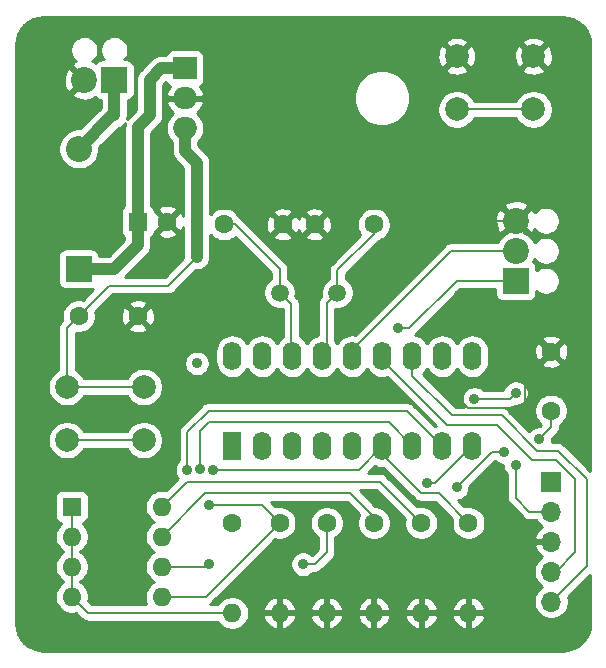
<source format=gbr>
%TF.GenerationSoftware,KiCad,Pcbnew,(5.1.9)-1*%
%TF.CreationDate,2021-08-22T03:34:57+05:30*%
%TF.ProjectId,G18_TRANSMITTER_laser_communication_system,4731385f-5452-4414-9e53-4d4954544552,rev?*%
%TF.SameCoordinates,Original*%
%TF.FileFunction,Copper,L1,Top*%
%TF.FilePolarity,Positive*%
%FSLAX46Y46*%
G04 Gerber Fmt 4.6, Leading zero omitted, Abs format (unit mm)*
G04 Created by KiCad (PCBNEW (5.1.9)-1) date 2021-08-22 03:34:57*
%MOMM*%
%LPD*%
G01*
G04 APERTURE LIST*
%TA.AperFunction,ComponentPad*%
%ADD10O,1.700000X1.700000*%
%TD*%
%TA.AperFunction,ComponentPad*%
%ADD11R,1.700000X1.700000*%
%TD*%
%TA.AperFunction,ComponentPad*%
%ADD12C,1.600000*%
%TD*%
%TA.AperFunction,ComponentPad*%
%ADD13R,1.600000X1.600000*%
%TD*%
%TA.AperFunction,ComponentPad*%
%ADD14R,2.200000X2.200000*%
%TD*%
%TA.AperFunction,ComponentPad*%
%ADD15O,2.200000X2.200000*%
%TD*%
%TA.AperFunction,ComponentPad*%
%ADD16C,2.200000*%
%TD*%
%TA.AperFunction,ComponentPad*%
%ADD17O,1.600000X1.600000*%
%TD*%
%TA.AperFunction,ComponentPad*%
%ADD18C,2.000000*%
%TD*%
%TA.AperFunction,ComponentPad*%
%ADD19R,2.000000X1.905000*%
%TD*%
%TA.AperFunction,ComponentPad*%
%ADD20O,2.000000X1.905000*%
%TD*%
%TA.AperFunction,ComponentPad*%
%ADD21R,1.600000X2.400000*%
%TD*%
%TA.AperFunction,ComponentPad*%
%ADD22O,1.600000X2.400000*%
%TD*%
%TA.AperFunction,ComponentPad*%
%ADD23C,1.500000*%
%TD*%
%TA.AperFunction,ViaPad*%
%ADD24C,0.900000*%
%TD*%
%TA.AperFunction,Conductor*%
%ADD25C,1.000000*%
%TD*%
%TA.AperFunction,Conductor*%
%ADD26C,0.203200*%
%TD*%
%TA.AperFunction,Conductor*%
%ADD27C,0.254000*%
%TD*%
%TA.AperFunction,Conductor*%
%ADD28C,0.100000*%
%TD*%
G04 APERTURE END LIST*
D10*
%TO.P,ICSP,5*%
%TO.N,CLOCK*%
X116000000Y-113160000D03*
%TO.P,ICSP,4*%
%TO.N,DATA*%
X116000000Y-110620000D03*
%TO.P,ICSP,3*%
%TO.N,GND*%
X116000000Y-108080000D03*
%TO.P,ICSP,2*%
%TO.N,5V*%
X116000000Y-105540000D03*
D11*
%TO.P,ICSP,1*%
%TO.N,MCLR*%
X116000000Y-103000000D03*
%TD*%
D12*
%TO.P,C5,2*%
%TO.N,GND*%
X81000000Y-89000000D03*
%TO.P,C5,1*%
%TO.N,5V*%
X76000000Y-89000000D03*
%TD*%
D13*
%TO.P,C1,1*%
%TO.N,Net-(C1-Pad1)*%
X81000000Y-81000000D03*
D12*
%TO.P,C1,2*%
%TO.N,GND*%
X83500000Y-81000000D03*
%TD*%
%TO.P,C2,1*%
%TO.N,5V*%
X116000000Y-97000000D03*
%TO.P,C2,2*%
%TO.N,GND*%
X116000000Y-92000000D03*
%TD*%
%TO.P,C3,2*%
%TO.N,GND*%
X93278000Y-81236000D03*
%TO.P,C3,1*%
%TO.N,Net-(C3-Pad1)*%
X88278000Y-81236000D03*
%TD*%
%TO.P,C4,1*%
%TO.N,Net-(C4-Pad1)*%
X100978000Y-81236000D03*
%TO.P,C4,2*%
%TO.N,GND*%
X95978000Y-81236000D03*
%TD*%
D14*
%TO.P,D1,1*%
%TO.N,Net-(C1-Pad1)*%
X76000000Y-85000000D03*
D15*
%TO.P,D1,2*%
%TO.N,Net-(D1-Pad2)*%
X76000000Y-74840000D03*
%TD*%
D14*
%TO.P,J1,1*%
%TO.N,Net-(D1-Pad2)*%
X79000000Y-69000000D03*
D16*
%TO.P,J1,2*%
%TO.N,GND*%
X76460000Y-69000000D03*
%TD*%
D14*
%TO.P,J2,1*%
%TO.N,LASER*%
X113000000Y-86000000D03*
D16*
%TO.P,J2,2*%
%TO.N,5V*%
X113000000Y-83460000D03*
%TO.P,J2,3*%
%TO.N,GND*%
X113000000Y-80920000D03*
%TD*%
D17*
%TO.P,R1,2*%
%TO.N,GND*%
X109000000Y-114120000D03*
D12*
%TO.P,R1,1*%
%TO.N,SEND*%
X109000000Y-106500000D03*
%TD*%
D17*
%TO.P,R2,2*%
%TO.N,GND*%
X105000000Y-114120000D03*
D12*
%TO.P,R2,1*%
%TO.N,BIT0*%
X105000000Y-106500000D03*
%TD*%
%TO.P,R3,1*%
%TO.N,BIT1*%
X101000000Y-106500000D03*
D17*
%TO.P,R3,2*%
%TO.N,GND*%
X101000000Y-114120000D03*
%TD*%
%TO.P,R4,2*%
%TO.N,GND*%
X97000000Y-114120000D03*
D12*
%TO.P,R4,1*%
%TO.N,BIT2*%
X97000000Y-106500000D03*
%TD*%
%TO.P,R5,1*%
%TO.N,BIT3*%
X93000000Y-106500000D03*
D17*
%TO.P,R5,2*%
%TO.N,GND*%
X93000000Y-114120000D03*
%TD*%
D12*
%TO.P,R6,1*%
%TO.N,MCLR*%
X89000000Y-106500000D03*
D17*
%TO.P,R6,2*%
%TO.N,5V*%
X89000000Y-114120000D03*
%TD*%
D18*
%TO.P,SW1,2*%
%TO.N,SEND*%
X75000000Y-99500000D03*
%TO.P,SW1,1*%
%TO.N,5V*%
X75000000Y-95000000D03*
%TO.P,SW1,2*%
%TO.N,SEND*%
X81500000Y-99500000D03*
%TO.P,SW1,1*%
%TO.N,5V*%
X81500000Y-95000000D03*
%TD*%
D13*
%TO.P,SW2,1*%
%TO.N,5V*%
X75406000Y-105124000D03*
D17*
%TO.P,SW2,5*%
%TO.N,BIT3*%
X83026000Y-112744000D03*
%TO.P,SW2,2*%
%TO.N,5V*%
X75406000Y-107664000D03*
%TO.P,SW2,6*%
%TO.N,BIT2*%
X83026000Y-110204000D03*
%TO.P,SW2,3*%
%TO.N,5V*%
X75406000Y-110204000D03*
%TO.P,SW2,7*%
%TO.N,BIT1*%
X83026000Y-107664000D03*
%TO.P,SW2,4*%
%TO.N,5V*%
X75406000Y-112744000D03*
%TO.P,SW2,8*%
%TO.N,BIT0*%
X83026000Y-105124000D03*
%TD*%
D18*
%TO.P,SW3,1*%
%TO.N,GND*%
X114500000Y-67000000D03*
%TO.P,SW3,2*%
%TO.N,MCLR*%
X114500000Y-71500000D03*
%TO.P,SW3,1*%
%TO.N,GND*%
X108000000Y-67000000D03*
%TO.P,SW3,2*%
%TO.N,MCLR*%
X108000000Y-71500000D03*
%TD*%
D19*
%TO.P,U1,1*%
%TO.N,Net-(C1-Pad1)*%
X85000000Y-68000000D03*
D20*
%TO.P,U1,2*%
%TO.N,GND*%
X85000000Y-70540000D03*
%TO.P,U1,3*%
%TO.N,5V*%
X85000000Y-73080000D03*
%TD*%
D21*
%TO.P,U2,1*%
%TO.N,Net-(U2-Pad1)*%
X89000000Y-100000000D03*
D22*
%TO.P,U2,10*%
%TO.N,BIT0*%
X109320000Y-92380000D03*
%TO.P,U2,2*%
%TO.N,Net-(U2-Pad2)*%
X91540000Y-100000000D03*
%TO.P,U2,11*%
%TO.N,Net-(U2-Pad11)*%
X106780000Y-92380000D03*
%TO.P,U2,3*%
%TO.N,Net-(U2-Pad3)*%
X94080000Y-100000000D03*
%TO.P,U2,12*%
%TO.N,CLOCK*%
X104240000Y-92380000D03*
%TO.P,U2,4*%
%TO.N,MCLR*%
X96620000Y-100000000D03*
%TO.P,U2,13*%
%TO.N,DATA*%
X101700000Y-92380000D03*
%TO.P,U2,5*%
%TO.N,GND*%
X99160000Y-100000000D03*
%TO.P,U2,14*%
%TO.N,5V*%
X99160000Y-92380000D03*
%TO.P,U2,6*%
%TO.N,SEND*%
X101700000Y-100000000D03*
%TO.P,U2,15*%
%TO.N,Net-(C4-Pad1)*%
X96620000Y-92380000D03*
%TO.P,U2,7*%
%TO.N,BIT3*%
X104240000Y-100000000D03*
%TO.P,U2,16*%
%TO.N,Net-(C3-Pad1)*%
X94080000Y-92380000D03*
%TO.P,U2,8*%
%TO.N,BIT2*%
X106780000Y-100000000D03*
%TO.P,U2,17*%
%TO.N,LASER*%
X91540000Y-92380000D03*
%TO.P,U2,9*%
%TO.N,BIT1*%
X109320000Y-100000000D03*
%TO.P,U2,18*%
%TO.N,Net-(U2-Pad18)*%
X89000000Y-92380000D03*
%TD*%
D23*
%TO.P,Y1,1*%
%TO.N,Net-(C3-Pad1)*%
X93000000Y-87000000D03*
%TO.P,Y1,2*%
%TO.N,Net-(C4-Pad1)*%
X97900000Y-87000000D03*
%TD*%
D24*
%TO.N,GND*%
X108200000Y-87200000D03*
X106800000Y-82600000D03*
X113800000Y-98000000D03*
X112800000Y-97000000D03*
X107200000Y-95004800D03*
%TO.N,5V*%
X86000000Y-84000000D03*
X86000000Y-93000000D03*
X113000000Y-101600000D03*
X115000000Y-99400000D03*
%TO.N,LASER*%
X103000000Y-90000000D03*
%TO.N,MCLR*%
X109500000Y-96000000D03*
X113000000Y-95500000D03*
%TO.N,SEND*%
X87400000Y-102000000D03*
%TO.N,BIT0*%
X112000000Y-100500000D03*
X108000000Y-103500000D03*
%TO.N,BIT1*%
X105500000Y-103134800D03*
%TO.N,BIT2*%
X87000000Y-110000000D03*
X95000000Y-110000000D03*
X85195369Y-102008596D03*
%TO.N,BIT3*%
X87000000Y-105000000D03*
X86297499Y-101959748D03*
%TD*%
D25*
%TO.N,Net-(C1-Pad1)*%
X76000000Y-85000000D02*
X79000000Y-85000000D01*
X79000000Y-85000000D02*
X81000000Y-83000000D01*
X81000000Y-83000000D02*
X81000000Y-81000000D01*
X82000000Y-69000000D02*
X83000000Y-68000000D01*
X82000000Y-72000000D02*
X82000000Y-69000000D01*
X81000000Y-73000000D02*
X82000000Y-72000000D01*
X83000000Y-68000000D02*
X85000000Y-68000000D01*
X81000000Y-81000000D02*
X81000000Y-73000000D01*
D26*
%TO.N,GND*%
X116000000Y-92000000D02*
X113800000Y-89800000D01*
X110800000Y-89800000D02*
X108200000Y-87200000D01*
X113800000Y-89800000D02*
X110800000Y-89800000D01*
X108480000Y-80920000D02*
X113000000Y-80920000D01*
X106800000Y-82600000D02*
X108480000Y-80920000D01*
X114895199Y-93104801D02*
X114495199Y-93104801D01*
X116000000Y-92000000D02*
X114895199Y-93104801D01*
X114495199Y-93104801D02*
X114095199Y-93104801D01*
X113800000Y-93400000D02*
X113800000Y-98000000D01*
X114095199Y-93104801D02*
X113800000Y-93400000D01*
X108950001Y-96754801D02*
X107200000Y-95004800D01*
X112554801Y-96754801D02*
X108950001Y-96754801D01*
X112800000Y-97000000D02*
X112554801Y-96754801D01*
%TO.N,5V*%
X75406000Y-105124000D02*
X75406000Y-107664000D01*
X75406000Y-107664000D02*
X75406000Y-110204000D01*
X75406000Y-110204000D02*
X75406000Y-112744000D01*
D25*
X85003201Y-73083201D02*
X85003201Y-75003201D01*
X85000000Y-73080000D02*
X85003201Y-73083201D01*
X85003201Y-75003201D02*
X86000000Y-76000000D01*
X86000000Y-76000000D02*
X86000000Y-84000000D01*
D26*
X78595199Y-86404801D02*
X76000000Y-89000000D01*
X83595199Y-86404801D02*
X78595199Y-86404801D01*
X86000000Y-84000000D02*
X83595199Y-86404801D01*
X76000000Y-89000000D02*
X75000000Y-90000000D01*
X75000000Y-90000000D02*
X75000000Y-95000000D01*
X75000000Y-95000000D02*
X81500000Y-95000000D01*
X76782000Y-114120000D02*
X75406000Y-112744000D01*
X89000000Y-114120000D02*
X76782000Y-114120000D01*
X113000000Y-83460000D02*
X107540000Y-83460000D01*
X99160000Y-91840000D02*
X99160000Y-92380000D01*
X107540000Y-83460000D02*
X99160000Y-91840000D01*
X113000000Y-101600000D02*
X113000000Y-104400000D01*
X114140000Y-105540000D02*
X116000000Y-105540000D01*
X113000000Y-104400000D02*
X114140000Y-105540000D01*
X116000000Y-98400000D02*
X115000000Y-99400000D01*
X116000000Y-97000000D02*
X116000000Y-98400000D01*
%TO.N,Net-(C3-Pad1)*%
X93000000Y-87000000D02*
X94000000Y-88000000D01*
X94000000Y-92300000D02*
X94080000Y-92380000D01*
X94000000Y-88000000D02*
X94000000Y-92300000D01*
X93000000Y-87000000D02*
X93000000Y-85000000D01*
X89236000Y-81236000D02*
X88278000Y-81236000D01*
X93000000Y-85000000D02*
X89236000Y-81236000D01*
%TO.N,Net-(C4-Pad1)*%
X97900000Y-87000000D02*
X97000000Y-87900000D01*
X97000000Y-92000000D02*
X96620000Y-92380000D01*
X97000000Y-87900000D02*
X97000000Y-92000000D01*
X97900000Y-87000000D02*
X97900000Y-85100000D01*
X100978000Y-82022000D02*
X100978000Y-81236000D01*
X97900000Y-85100000D02*
X100978000Y-82022000D01*
D25*
%TO.N,Net-(D1-Pad2)*%
X79000000Y-69000000D02*
X79000000Y-72000000D01*
X78840000Y-72000000D02*
X76000000Y-74840000D01*
X79000000Y-72000000D02*
X78840000Y-72000000D01*
D26*
%TO.N,LASER*%
X104000000Y-90000000D02*
X103000000Y-90000000D01*
X108000000Y-86000000D02*
X104000000Y-90000000D01*
X113000000Y-86000000D02*
X108000000Y-86000000D01*
%TO.N,MCLR*%
X114500000Y-71500000D02*
X108000000Y-71500000D01*
X112500000Y-96000000D02*
X113000000Y-95500000D01*
X109500000Y-96000000D02*
X112500000Y-96000000D01*
%TO.N,DATA*%
X116380000Y-110620000D02*
X116000000Y-110620000D01*
X118000000Y-109000000D02*
X116380000Y-110620000D01*
X118000000Y-102751358D02*
X118000000Y-109000000D01*
X116448642Y-101200000D02*
X118000000Y-102751358D01*
X111400000Y-98200000D02*
X114400000Y-101200000D01*
X107200000Y-98200000D02*
X111400000Y-98200000D01*
X101700000Y-92700000D02*
X107200000Y-98200000D01*
X114400000Y-101200000D02*
X116448642Y-101200000D01*
X101700000Y-92380000D02*
X101700000Y-92700000D01*
%TO.N,CLOCK*%
X104240000Y-92380000D02*
X104240000Y-91760000D01*
X116000000Y-113160000D02*
X119000000Y-110160000D01*
X119000000Y-110160000D02*
X119000000Y-102800000D01*
X119000000Y-102800000D02*
X116600000Y-100400000D01*
X116600000Y-100400000D02*
X114800000Y-100400000D01*
X114800000Y-100400000D02*
X111800000Y-97400000D01*
X111800000Y-97400000D02*
X107600000Y-97400000D01*
X104240000Y-94040000D02*
X104240000Y-92380000D01*
X107600000Y-97400000D02*
X104240000Y-94040000D01*
%TO.N,SEND*%
X75000000Y-99500000D02*
X81500000Y-99500000D01*
X106500000Y-104000000D02*
X109000000Y-106500000D01*
X105000000Y-104000000D02*
X106500000Y-104000000D01*
X101700000Y-100700000D02*
X105000000Y-104000000D01*
X101700000Y-100000000D02*
X101700000Y-100700000D01*
X99700000Y-102000000D02*
X87400000Y-102000000D01*
X101700000Y-100000000D02*
X99700000Y-102000000D01*
%TO.N,BIT0*%
X111000000Y-100500000D02*
X108000000Y-103500000D01*
X112000000Y-100500000D02*
X111000000Y-100500000D01*
X85145198Y-103004802D02*
X101504802Y-103004802D01*
X83026000Y-105124000D02*
X85145198Y-103004802D01*
X101504802Y-103004802D02*
X105000000Y-106500000D01*
%TO.N,BIT1*%
X83026000Y-107664000D02*
X86690000Y-104000000D01*
X86690000Y-104000000D02*
X99000000Y-104000000D01*
X99000000Y-104000000D02*
X101000000Y-106000000D01*
X101000000Y-106000000D02*
X101000000Y-106500000D01*
X106185200Y-103134800D02*
X105500000Y-103134800D01*
X109320000Y-100000000D02*
X106185200Y-103134800D01*
%TO.N,BIT2*%
X86796000Y-110204000D02*
X87000000Y-110000000D01*
X83026000Y-110204000D02*
X86796000Y-110204000D01*
X95000000Y-110000000D02*
X96000000Y-110000000D01*
X97000000Y-109000000D02*
X97000000Y-106500000D01*
X96000000Y-110000000D02*
X97000000Y-109000000D01*
X103780000Y-97000000D02*
X87000000Y-97000000D01*
X106780000Y-100000000D02*
X103780000Y-97000000D01*
X87000000Y-97000000D02*
X85195369Y-98804631D01*
X85195369Y-98804631D02*
X85195369Y-102008596D01*
%TO.N,BIT3*%
X86756000Y-112744000D02*
X93000000Y-106500000D01*
X83026000Y-112744000D02*
X86756000Y-112744000D01*
X91500000Y-105000000D02*
X93000000Y-106500000D01*
X87000000Y-105000000D02*
X91500000Y-105000000D01*
X102240000Y-98000000D02*
X87000000Y-98000000D01*
X87000000Y-98000000D02*
X86297499Y-98702501D01*
X86297499Y-98702501D02*
X86297499Y-101959748D01*
X104240000Y-100000000D02*
X102240000Y-98000000D01*
%TD*%
D27*
%TO.N,GND*%
X117449016Y-63732312D02*
X117880930Y-63862714D01*
X118279285Y-64074524D01*
X118628914Y-64359675D01*
X118916497Y-64707303D01*
X119131086Y-65104177D01*
X119264498Y-65535161D01*
X119315000Y-66015654D01*
X119315001Y-102073291D01*
X117146446Y-99904736D01*
X117123375Y-99876625D01*
X117011213Y-99784576D01*
X116883249Y-99716178D01*
X116744399Y-99674058D01*
X116636186Y-99663400D01*
X116636183Y-99663400D01*
X116600000Y-99659836D01*
X116563817Y-99663400D01*
X116053863Y-99663400D01*
X116085000Y-99506863D01*
X116085000Y-99356710D01*
X116495269Y-98946441D01*
X116523375Y-98923375D01*
X116615424Y-98811213D01*
X116683822Y-98683249D01*
X116725942Y-98544399D01*
X116736600Y-98436186D01*
X116740164Y-98400000D01*
X116736600Y-98363814D01*
X116736600Y-98233679D01*
X116914759Y-98114637D01*
X117114637Y-97914759D01*
X117271680Y-97679727D01*
X117379853Y-97418574D01*
X117435000Y-97141335D01*
X117435000Y-96858665D01*
X117379853Y-96581426D01*
X117271680Y-96320273D01*
X117114637Y-96085241D01*
X116914759Y-95885363D01*
X116679727Y-95728320D01*
X116418574Y-95620147D01*
X116141335Y-95565000D01*
X115858665Y-95565000D01*
X115581426Y-95620147D01*
X115320273Y-95728320D01*
X115085241Y-95885363D01*
X114885363Y-96085241D01*
X114728320Y-96320273D01*
X114620147Y-96581426D01*
X114565000Y-96858665D01*
X114565000Y-97141335D01*
X114620147Y-97418574D01*
X114728320Y-97679727D01*
X114885363Y-97914759D01*
X115085241Y-98114637D01*
X115180202Y-98178088D01*
X115043290Y-98315000D01*
X114893137Y-98315000D01*
X114683517Y-98356696D01*
X114486060Y-98438485D01*
X114308353Y-98557225D01*
X114157225Y-98708353D01*
X114154356Y-98712647D01*
X112346446Y-96904737D01*
X112323375Y-96876625D01*
X112211213Y-96784576D01*
X112121456Y-96736600D01*
X112463817Y-96736600D01*
X112500000Y-96740164D01*
X112536183Y-96736600D01*
X112536186Y-96736600D01*
X112644399Y-96725942D01*
X112783249Y-96683822D01*
X112911213Y-96615424D01*
X112948285Y-96585000D01*
X113106863Y-96585000D01*
X113316483Y-96543304D01*
X113513940Y-96461515D01*
X113691647Y-96342775D01*
X113842775Y-96191647D01*
X113961515Y-96013940D01*
X114043304Y-95816483D01*
X114085000Y-95606863D01*
X114085000Y-95393137D01*
X114043304Y-95183517D01*
X113961515Y-94986060D01*
X113842775Y-94808353D01*
X113691647Y-94657225D01*
X113513940Y-94538485D01*
X113316483Y-94456696D01*
X113106863Y-94415000D01*
X112893137Y-94415000D01*
X112683517Y-94456696D01*
X112486060Y-94538485D01*
X112308353Y-94657225D01*
X112157225Y-94808353D01*
X112038485Y-94986060D01*
X111956696Y-95183517D01*
X111940806Y-95263400D01*
X110297822Y-95263400D01*
X110191647Y-95157225D01*
X110013940Y-95038485D01*
X109816483Y-94956696D01*
X109606863Y-94915000D01*
X109393137Y-94915000D01*
X109183517Y-94956696D01*
X108986060Y-95038485D01*
X108808353Y-95157225D01*
X108657225Y-95308353D01*
X108538485Y-95486060D01*
X108456696Y-95683517D01*
X108415000Y-95893137D01*
X108415000Y-96106863D01*
X108456696Y-96316483D01*
X108538485Y-96513940D01*
X108638351Y-96663400D01*
X107905110Y-96663400D01*
X105139713Y-93898004D01*
X105259608Y-93799608D01*
X105438932Y-93581101D01*
X105510000Y-93448142D01*
X105581068Y-93581101D01*
X105760393Y-93799608D01*
X105978900Y-93978932D01*
X106228193Y-94112182D01*
X106498692Y-94194236D01*
X106780000Y-94221943D01*
X107061309Y-94194236D01*
X107331808Y-94112182D01*
X107581101Y-93978932D01*
X107799608Y-93799608D01*
X107978932Y-93581101D01*
X108050000Y-93448142D01*
X108121068Y-93581101D01*
X108300393Y-93799608D01*
X108518900Y-93978932D01*
X108768193Y-94112182D01*
X109038692Y-94194236D01*
X109320000Y-94221943D01*
X109601309Y-94194236D01*
X109871808Y-94112182D01*
X110121101Y-93978932D01*
X110339608Y-93799608D01*
X110518932Y-93581101D01*
X110652182Y-93331808D01*
X110734236Y-93061309D01*
X110740993Y-92992702D01*
X115186903Y-92992702D01*
X115258486Y-93236671D01*
X115513996Y-93357571D01*
X115788184Y-93426300D01*
X116070512Y-93440217D01*
X116350130Y-93398787D01*
X116616292Y-93303603D01*
X116741514Y-93236671D01*
X116813097Y-92992702D01*
X116000000Y-92179605D01*
X115186903Y-92992702D01*
X110740993Y-92992702D01*
X110755000Y-92850491D01*
X110755000Y-92070512D01*
X114559783Y-92070512D01*
X114601213Y-92350130D01*
X114696397Y-92616292D01*
X114763329Y-92741514D01*
X115007298Y-92813097D01*
X115820395Y-92000000D01*
X116179605Y-92000000D01*
X116992702Y-92813097D01*
X117236671Y-92741514D01*
X117357571Y-92486004D01*
X117426300Y-92211816D01*
X117440217Y-91929488D01*
X117398787Y-91649870D01*
X117303603Y-91383708D01*
X117236671Y-91258486D01*
X116992702Y-91186903D01*
X116179605Y-92000000D01*
X115820395Y-92000000D01*
X115007298Y-91186903D01*
X114763329Y-91258486D01*
X114642429Y-91513996D01*
X114573700Y-91788184D01*
X114559783Y-92070512D01*
X110755000Y-92070512D01*
X110755000Y-91909508D01*
X110734236Y-91698691D01*
X110652182Y-91428192D01*
X110518932Y-91178899D01*
X110378102Y-91007298D01*
X115186903Y-91007298D01*
X116000000Y-91820395D01*
X116813097Y-91007298D01*
X116741514Y-90763329D01*
X116486004Y-90642429D01*
X116211816Y-90573700D01*
X115929488Y-90559783D01*
X115649870Y-90601213D01*
X115383708Y-90696397D01*
X115258486Y-90763329D01*
X115186903Y-91007298D01*
X110378102Y-91007298D01*
X110339607Y-90960392D01*
X110121100Y-90781068D01*
X109871807Y-90647818D01*
X109601308Y-90565764D01*
X109320000Y-90538057D01*
X109038691Y-90565764D01*
X108768192Y-90647818D01*
X108518899Y-90781068D01*
X108300392Y-90960393D01*
X108121068Y-91178900D01*
X108050000Y-91311858D01*
X107978932Y-91178899D01*
X107799607Y-90960392D01*
X107581100Y-90781068D01*
X107331807Y-90647818D01*
X107061308Y-90565764D01*
X106780000Y-90538057D01*
X106498691Y-90565764D01*
X106228192Y-90647818D01*
X105978899Y-90781068D01*
X105760392Y-90960393D01*
X105581068Y-91178900D01*
X105510000Y-91311858D01*
X105438932Y-91178899D01*
X105259607Y-90960392D01*
X105041100Y-90781068D01*
X104791807Y-90647818D01*
X104521308Y-90565764D01*
X104477037Y-90561404D01*
X104523375Y-90523375D01*
X104546446Y-90495263D01*
X108305110Y-86736600D01*
X111261928Y-86736600D01*
X111261928Y-87100000D01*
X111274188Y-87224482D01*
X111310498Y-87344180D01*
X111369463Y-87454494D01*
X111448815Y-87551185D01*
X111545506Y-87630537D01*
X111655820Y-87689502D01*
X111775518Y-87725812D01*
X111900000Y-87738072D01*
X114100000Y-87738072D01*
X114224482Y-87725812D01*
X114344180Y-87689502D01*
X114454494Y-87630537D01*
X114551185Y-87551185D01*
X114630537Y-87454494D01*
X114689502Y-87344180D01*
X114725812Y-87224482D01*
X114738072Y-87100000D01*
X114738072Y-86873916D01*
X114784606Y-86920450D01*
X114978692Y-87050134D01*
X115194348Y-87139461D01*
X115423288Y-87185000D01*
X115656712Y-87185000D01*
X115885652Y-87139461D01*
X116101308Y-87050134D01*
X116295394Y-86920450D01*
X116460450Y-86755394D01*
X116590134Y-86561308D01*
X116679461Y-86345652D01*
X116725000Y-86116712D01*
X116725000Y-85883288D01*
X116679461Y-85654348D01*
X116590134Y-85438692D01*
X116460450Y-85244606D01*
X116295394Y-85079550D01*
X116101308Y-84949866D01*
X115885652Y-84860539D01*
X115656712Y-84815000D01*
X115423288Y-84815000D01*
X115194348Y-84860539D01*
X114978692Y-84949866D01*
X114784606Y-85079550D01*
X114738072Y-85126084D01*
X114738072Y-84900000D01*
X114725812Y-84775518D01*
X114689502Y-84655820D01*
X114630537Y-84545506D01*
X114551185Y-84448815D01*
X114470310Y-84382443D01*
X114537537Y-84281831D01*
X114585910Y-84165048D01*
X114619550Y-84215394D01*
X114784606Y-84380450D01*
X114978692Y-84510134D01*
X115194348Y-84599461D01*
X115423288Y-84645000D01*
X115656712Y-84645000D01*
X115885652Y-84599461D01*
X116101308Y-84510134D01*
X116295394Y-84380450D01*
X116460450Y-84215394D01*
X116590134Y-84021308D01*
X116679461Y-83805652D01*
X116725000Y-83576712D01*
X116725000Y-83343288D01*
X116679461Y-83114348D01*
X116590134Y-82898692D01*
X116460450Y-82704606D01*
X116295394Y-82539550D01*
X116101308Y-82409866D01*
X115885652Y-82320539D01*
X115656712Y-82275000D01*
X115423288Y-82275000D01*
X115194348Y-82320539D01*
X114978692Y-82409866D01*
X114784606Y-82539550D01*
X114619550Y-82704606D01*
X114585910Y-82754952D01*
X114537537Y-82638169D01*
X114347663Y-82354002D01*
X114105998Y-82112337D01*
X113824926Y-81924531D01*
X113000000Y-81099605D01*
X112175074Y-81924531D01*
X111894002Y-82112337D01*
X111652337Y-82354002D01*
X111462463Y-82638169D01*
X111427159Y-82723400D01*
X107576186Y-82723400D01*
X107540000Y-82719836D01*
X107503814Y-82723400D01*
X107395601Y-82734058D01*
X107256751Y-82776178D01*
X107128787Y-82844576D01*
X107016625Y-82936625D01*
X106993559Y-82964731D01*
X99396901Y-90561390D01*
X99160000Y-90538057D01*
X98878691Y-90565764D01*
X98608192Y-90647818D01*
X98358899Y-90781068D01*
X98140392Y-90960393D01*
X97961068Y-91178900D01*
X97890000Y-91311858D01*
X97818932Y-91178899D01*
X97736600Y-91078578D01*
X97736600Y-88379632D01*
X97763589Y-88385000D01*
X98036411Y-88385000D01*
X98303989Y-88331775D01*
X98556043Y-88227371D01*
X98782886Y-88075799D01*
X98975799Y-87882886D01*
X99127371Y-87656043D01*
X99231775Y-87403989D01*
X99285000Y-87136411D01*
X99285000Y-86863589D01*
X99231775Y-86596011D01*
X99127371Y-86343957D01*
X98975799Y-86117114D01*
X98782886Y-85924201D01*
X98636600Y-85826456D01*
X98636600Y-85405109D01*
X101446561Y-82595148D01*
X101657727Y-82507680D01*
X101892759Y-82350637D01*
X102092637Y-82150759D01*
X102249680Y-81915727D01*
X102357853Y-81654574D01*
X102413000Y-81377335D01*
X102413000Y-81094665D01*
X102389921Y-80978639D01*
X111257591Y-80978639D01*
X111302511Y-81317439D01*
X111412664Y-81640966D01*
X111518662Y-81839274D01*
X111793288Y-81947107D01*
X112820395Y-80920000D01*
X113179605Y-80920000D01*
X114206712Y-81947107D01*
X114481338Y-81839274D01*
X114586387Y-81625762D01*
X114619550Y-81675394D01*
X114784606Y-81840450D01*
X114978692Y-81970134D01*
X115194348Y-82059461D01*
X115423288Y-82105000D01*
X115656712Y-82105000D01*
X115885652Y-82059461D01*
X116101308Y-81970134D01*
X116295394Y-81840450D01*
X116460450Y-81675394D01*
X116590134Y-81481308D01*
X116679461Y-81265652D01*
X116725000Y-81036712D01*
X116725000Y-80803288D01*
X116679461Y-80574348D01*
X116590134Y-80358692D01*
X116460450Y-80164606D01*
X116295394Y-79999550D01*
X116101308Y-79869866D01*
X115885652Y-79780539D01*
X115656712Y-79735000D01*
X115423288Y-79735000D01*
X115194348Y-79780539D01*
X114978692Y-79869866D01*
X114784606Y-79999550D01*
X114619550Y-80164606D01*
X114590445Y-80208165D01*
X114587336Y-80199034D01*
X114481338Y-80000726D01*
X114206712Y-79892893D01*
X113179605Y-80920000D01*
X112820395Y-80920000D01*
X111793288Y-79892893D01*
X111518662Y-80000726D01*
X111367784Y-80307384D01*
X111279631Y-80637585D01*
X111257591Y-80978639D01*
X102389921Y-80978639D01*
X102357853Y-80817426D01*
X102249680Y-80556273D01*
X102092637Y-80321241D01*
X101892759Y-80121363D01*
X101657727Y-79964320D01*
X101396574Y-79856147D01*
X101119335Y-79801000D01*
X100836665Y-79801000D01*
X100559426Y-79856147D01*
X100298273Y-79964320D01*
X100063241Y-80121363D01*
X99863363Y-80321241D01*
X99706320Y-80556273D01*
X99598147Y-80817426D01*
X99543000Y-81094665D01*
X99543000Y-81377335D01*
X99598147Y-81654574D01*
X99706320Y-81915727D01*
X99841000Y-82117291D01*
X97404732Y-84553559D01*
X97376626Y-84576625D01*
X97353560Y-84604731D01*
X97353558Y-84604733D01*
X97284576Y-84688788D01*
X97216178Y-84816753D01*
X97174059Y-84955602D01*
X97159836Y-85100000D01*
X97163401Y-85136193D01*
X97163401Y-85826455D01*
X97017114Y-85924201D01*
X96824201Y-86117114D01*
X96672629Y-86343957D01*
X96568225Y-86596011D01*
X96515000Y-86863589D01*
X96515000Y-87136411D01*
X96549324Y-87308967D01*
X96504732Y-87353559D01*
X96476625Y-87376626D01*
X96384576Y-87488788D01*
X96316178Y-87616752D01*
X96274058Y-87755602D01*
X96264209Y-87855601D01*
X96259836Y-87900000D01*
X96263400Y-87936183D01*
X96263401Y-90588603D01*
X96068192Y-90647818D01*
X95818899Y-90781068D01*
X95600392Y-90960393D01*
X95421068Y-91178900D01*
X95350000Y-91311858D01*
X95278932Y-91178899D01*
X95099607Y-90960392D01*
X94881100Y-90781068D01*
X94736600Y-90703831D01*
X94736600Y-88036186D01*
X94740164Y-88000000D01*
X94725942Y-87855601D01*
X94690924Y-87740164D01*
X94683822Y-87716751D01*
X94615424Y-87588787D01*
X94603042Y-87573700D01*
X94546442Y-87504732D01*
X94546437Y-87504727D01*
X94523374Y-87476625D01*
X94495273Y-87453563D01*
X94350676Y-87308966D01*
X94385000Y-87136411D01*
X94385000Y-86863589D01*
X94331775Y-86596011D01*
X94227371Y-86343957D01*
X94075799Y-86117114D01*
X93882886Y-85924201D01*
X93736600Y-85826456D01*
X93736600Y-85036186D01*
X93740164Y-85000000D01*
X93725942Y-84855601D01*
X93722051Y-84842775D01*
X93683822Y-84716751D01*
X93615424Y-84588787D01*
X93523375Y-84476625D01*
X93495269Y-84453559D01*
X91270412Y-82228702D01*
X92464903Y-82228702D01*
X92536486Y-82472671D01*
X92791996Y-82593571D01*
X93066184Y-82662300D01*
X93348512Y-82676217D01*
X93628130Y-82634787D01*
X93894292Y-82539603D01*
X94019514Y-82472671D01*
X94091097Y-82228702D01*
X95164903Y-82228702D01*
X95236486Y-82472671D01*
X95491996Y-82593571D01*
X95766184Y-82662300D01*
X96048512Y-82676217D01*
X96328130Y-82634787D01*
X96594292Y-82539603D01*
X96719514Y-82472671D01*
X96791097Y-82228702D01*
X95978000Y-81415605D01*
X95164903Y-82228702D01*
X94091097Y-82228702D01*
X93278000Y-81415605D01*
X92464903Y-82228702D01*
X91270412Y-82228702D01*
X90348222Y-81306512D01*
X91837783Y-81306512D01*
X91879213Y-81586130D01*
X91974397Y-81852292D01*
X92041329Y-81977514D01*
X92285298Y-82049097D01*
X93098395Y-81236000D01*
X93457605Y-81236000D01*
X94270702Y-82049097D01*
X94514671Y-81977514D01*
X94631147Y-81731353D01*
X94674397Y-81852292D01*
X94741329Y-81977514D01*
X94985298Y-82049097D01*
X95798395Y-81236000D01*
X96157605Y-81236000D01*
X96970702Y-82049097D01*
X97214671Y-81977514D01*
X97335571Y-81722004D01*
X97404300Y-81447816D01*
X97418217Y-81165488D01*
X97376787Y-80885870D01*
X97281603Y-80619708D01*
X97214671Y-80494486D01*
X96970702Y-80422903D01*
X96157605Y-81236000D01*
X95798395Y-81236000D01*
X94985298Y-80422903D01*
X94741329Y-80494486D01*
X94624853Y-80740647D01*
X94581603Y-80619708D01*
X94514671Y-80494486D01*
X94270702Y-80422903D01*
X93457605Y-81236000D01*
X93098395Y-81236000D01*
X92285298Y-80422903D01*
X92041329Y-80494486D01*
X91920429Y-80749996D01*
X91851700Y-81024184D01*
X91837783Y-81306512D01*
X90348222Y-81306512D01*
X89782446Y-80740737D01*
X89759375Y-80712625D01*
X89647213Y-80620576D01*
X89556155Y-80571904D01*
X89549680Y-80556273D01*
X89392637Y-80321241D01*
X89314694Y-80243298D01*
X92464903Y-80243298D01*
X93278000Y-81056395D01*
X94091097Y-80243298D01*
X95164903Y-80243298D01*
X95978000Y-81056395D01*
X96791097Y-80243298D01*
X96719514Y-79999329D01*
X96464004Y-79878429D01*
X96189816Y-79809700D01*
X95907488Y-79795783D01*
X95627870Y-79837213D01*
X95361708Y-79932397D01*
X95236486Y-79999329D01*
X95164903Y-80243298D01*
X94091097Y-80243298D01*
X94019514Y-79999329D01*
X93764004Y-79878429D01*
X93489816Y-79809700D01*
X93207488Y-79795783D01*
X92927870Y-79837213D01*
X92661708Y-79932397D01*
X92536486Y-79999329D01*
X92464903Y-80243298D01*
X89314694Y-80243298D01*
X89192759Y-80121363D01*
X88957727Y-79964320D01*
X88696574Y-79856147D01*
X88419335Y-79801000D01*
X88136665Y-79801000D01*
X87859426Y-79856147D01*
X87598273Y-79964320D01*
X87363241Y-80121363D01*
X87163363Y-80321241D01*
X87135000Y-80363689D01*
X87135000Y-79713288D01*
X111972893Y-79713288D01*
X113000000Y-80740395D01*
X114027107Y-79713288D01*
X113919274Y-79438662D01*
X113612616Y-79287784D01*
X113282415Y-79199631D01*
X112941361Y-79177591D01*
X112602561Y-79222511D01*
X112279034Y-79332664D01*
X112080726Y-79438662D01*
X111972893Y-79713288D01*
X87135000Y-79713288D01*
X87135000Y-76055752D01*
X87140491Y-76000000D01*
X87118577Y-75777501D01*
X87053676Y-75563553D01*
X86948284Y-75366377D01*
X86841989Y-75236856D01*
X86841987Y-75236854D01*
X86806449Y-75193551D01*
X86763145Y-75158013D01*
X86138201Y-74533069D01*
X86138201Y-74238543D01*
X86175463Y-74207963D01*
X86373845Y-73966235D01*
X86521255Y-73690449D01*
X86612030Y-73391204D01*
X86642681Y-73080000D01*
X86612030Y-72768796D01*
X86521255Y-72469551D01*
X86373845Y-72193765D01*
X86175463Y-71952037D01*
X85996101Y-71804837D01*
X86181315Y-71649437D01*
X86375969Y-71406923D01*
X86519571Y-71131094D01*
X86590563Y-70912980D01*
X86470594Y-70667000D01*
X85127000Y-70667000D01*
X85127000Y-70687000D01*
X84873000Y-70687000D01*
X84873000Y-70667000D01*
X83529406Y-70667000D01*
X83409437Y-70912980D01*
X83480429Y-71131094D01*
X83624031Y-71406923D01*
X83818685Y-71649437D01*
X84003899Y-71804837D01*
X83824537Y-71952037D01*
X83626155Y-72193765D01*
X83478745Y-72469551D01*
X83387970Y-72768796D01*
X83357319Y-73080000D01*
X83387970Y-73391204D01*
X83478745Y-73690449D01*
X83626155Y-73966235D01*
X83824537Y-74207963D01*
X83868202Y-74243798D01*
X83868202Y-74947440D01*
X83862710Y-75003201D01*
X83884624Y-75225699D01*
X83949525Y-75439647D01*
X83949526Y-75439648D01*
X84054918Y-75636824D01*
X84196753Y-75809650D01*
X84240060Y-75845192D01*
X84865000Y-76470132D01*
X84865001Y-80555393D01*
X84803603Y-80383708D01*
X84736671Y-80258486D01*
X84492702Y-80186903D01*
X83679605Y-81000000D01*
X84492702Y-81813097D01*
X84736671Y-81741514D01*
X84857571Y-81486004D01*
X84865001Y-81456364D01*
X84865001Y-84055752D01*
X84868367Y-84089924D01*
X83290090Y-85668201D01*
X79936930Y-85668201D01*
X81763141Y-83841991D01*
X81806449Y-83806449D01*
X81948284Y-83633623D01*
X82053676Y-83436447D01*
X82118577Y-83222499D01*
X82135000Y-83055752D01*
X82135000Y-83055751D01*
X82140491Y-83000001D01*
X82135000Y-82944249D01*
X82135000Y-82340957D01*
X82154494Y-82330537D01*
X82251185Y-82251185D01*
X82330537Y-82154494D01*
X82389502Y-82044180D01*
X82405117Y-81992702D01*
X82686903Y-81992702D01*
X82758486Y-82236671D01*
X83013996Y-82357571D01*
X83288184Y-82426300D01*
X83570512Y-82440217D01*
X83850130Y-82398787D01*
X84116292Y-82303603D01*
X84241514Y-82236671D01*
X84313097Y-81992702D01*
X83500000Y-81179605D01*
X82686903Y-81992702D01*
X82405117Y-81992702D01*
X82425812Y-81924482D01*
X82438072Y-81800000D01*
X82438072Y-81792785D01*
X82507298Y-81813097D01*
X83320395Y-81000000D01*
X82507298Y-80186903D01*
X82438072Y-80207215D01*
X82438072Y-80200000D01*
X82425812Y-80075518D01*
X82405118Y-80007298D01*
X82686903Y-80007298D01*
X83500000Y-80820395D01*
X84313097Y-80007298D01*
X84241514Y-79763329D01*
X83986004Y-79642429D01*
X83711816Y-79573700D01*
X83429488Y-79559783D01*
X83149870Y-79601213D01*
X82883708Y-79696397D01*
X82758486Y-79763329D01*
X82686903Y-80007298D01*
X82405118Y-80007298D01*
X82389502Y-79955820D01*
X82330537Y-79845506D01*
X82251185Y-79748815D01*
X82154494Y-79669463D01*
X82135000Y-79659043D01*
X82135000Y-73470132D01*
X82763145Y-72841987D01*
X82806449Y-72806449D01*
X82948284Y-72633623D01*
X83053676Y-72436447D01*
X83118577Y-72222499D01*
X83135000Y-72055752D01*
X83135000Y-72055751D01*
X83140491Y-72000000D01*
X83135000Y-71944248D01*
X83135000Y-69470132D01*
X83410022Y-69195110D01*
X83410498Y-69196680D01*
X83469463Y-69306994D01*
X83548815Y-69403685D01*
X83645506Y-69483037D01*
X83737219Y-69532059D01*
X83624031Y-69673077D01*
X83480429Y-69948906D01*
X83409437Y-70167020D01*
X83529406Y-70413000D01*
X84873000Y-70413000D01*
X84873000Y-70393000D01*
X85127000Y-70393000D01*
X85127000Y-70413000D01*
X86470594Y-70413000D01*
X86523219Y-70305098D01*
X99275000Y-70305098D01*
X99275000Y-70774902D01*
X99366654Y-71235679D01*
X99546440Y-71669721D01*
X99807450Y-72060349D01*
X100139651Y-72392550D01*
X100530279Y-72653560D01*
X100964321Y-72833346D01*
X101425098Y-72925000D01*
X101894902Y-72925000D01*
X102355679Y-72833346D01*
X102789721Y-72653560D01*
X103180349Y-72392550D01*
X103512550Y-72060349D01*
X103773560Y-71669721D01*
X103910562Y-71338967D01*
X106365000Y-71338967D01*
X106365000Y-71661033D01*
X106427832Y-71976912D01*
X106551082Y-72274463D01*
X106730013Y-72542252D01*
X106957748Y-72769987D01*
X107225537Y-72948918D01*
X107523088Y-73072168D01*
X107838967Y-73135000D01*
X108161033Y-73135000D01*
X108476912Y-73072168D01*
X108774463Y-72948918D01*
X109042252Y-72769987D01*
X109269987Y-72542252D01*
X109448918Y-72274463D01*
X109464601Y-72236600D01*
X113035399Y-72236600D01*
X113051082Y-72274463D01*
X113230013Y-72542252D01*
X113457748Y-72769987D01*
X113725537Y-72948918D01*
X114023088Y-73072168D01*
X114338967Y-73135000D01*
X114661033Y-73135000D01*
X114976912Y-73072168D01*
X115274463Y-72948918D01*
X115542252Y-72769987D01*
X115769987Y-72542252D01*
X115948918Y-72274463D01*
X116072168Y-71976912D01*
X116135000Y-71661033D01*
X116135000Y-71338967D01*
X116072168Y-71023088D01*
X115948918Y-70725537D01*
X115769987Y-70457748D01*
X115542252Y-70230013D01*
X115274463Y-70051082D01*
X114976912Y-69927832D01*
X114661033Y-69865000D01*
X114338967Y-69865000D01*
X114023088Y-69927832D01*
X113725537Y-70051082D01*
X113457748Y-70230013D01*
X113230013Y-70457748D01*
X113051082Y-70725537D01*
X113035399Y-70763400D01*
X109464601Y-70763400D01*
X109448918Y-70725537D01*
X109269987Y-70457748D01*
X109042252Y-70230013D01*
X108774463Y-70051082D01*
X108476912Y-69927832D01*
X108161033Y-69865000D01*
X107838967Y-69865000D01*
X107523088Y-69927832D01*
X107225537Y-70051082D01*
X106957748Y-70230013D01*
X106730013Y-70457748D01*
X106551082Y-70725537D01*
X106427832Y-71023088D01*
X106365000Y-71338967D01*
X103910562Y-71338967D01*
X103953346Y-71235679D01*
X104045000Y-70774902D01*
X104045000Y-70305098D01*
X103953346Y-69844321D01*
X103773560Y-69410279D01*
X103512550Y-69019651D01*
X103180349Y-68687450D01*
X102789721Y-68426440D01*
X102355679Y-68246654D01*
X101894902Y-68155000D01*
X101425098Y-68155000D01*
X100964321Y-68246654D01*
X100530279Y-68426440D01*
X100139651Y-68687450D01*
X99807450Y-69019651D01*
X99546440Y-69410279D01*
X99366654Y-69844321D01*
X99275000Y-70305098D01*
X86523219Y-70305098D01*
X86590563Y-70167020D01*
X86519571Y-69948906D01*
X86375969Y-69673077D01*
X86262781Y-69532059D01*
X86354494Y-69483037D01*
X86451185Y-69403685D01*
X86530537Y-69306994D01*
X86589502Y-69196680D01*
X86625812Y-69076982D01*
X86638072Y-68952500D01*
X86638072Y-68135413D01*
X107044192Y-68135413D01*
X107139956Y-68399814D01*
X107429571Y-68540704D01*
X107741108Y-68622384D01*
X108062595Y-68641718D01*
X108381675Y-68597961D01*
X108686088Y-68492795D01*
X108860044Y-68399814D01*
X108955808Y-68135413D01*
X113544192Y-68135413D01*
X113639956Y-68399814D01*
X113929571Y-68540704D01*
X114241108Y-68622384D01*
X114562595Y-68641718D01*
X114881675Y-68597961D01*
X115186088Y-68492795D01*
X115360044Y-68399814D01*
X115455808Y-68135413D01*
X114500000Y-67179605D01*
X113544192Y-68135413D01*
X108955808Y-68135413D01*
X108000000Y-67179605D01*
X107044192Y-68135413D01*
X86638072Y-68135413D01*
X86638072Y-67062595D01*
X106358282Y-67062595D01*
X106402039Y-67381675D01*
X106507205Y-67686088D01*
X106600186Y-67860044D01*
X106864587Y-67955808D01*
X107820395Y-67000000D01*
X108179605Y-67000000D01*
X109135413Y-67955808D01*
X109399814Y-67860044D01*
X109540704Y-67570429D01*
X109622384Y-67258892D01*
X109634189Y-67062595D01*
X112858282Y-67062595D01*
X112902039Y-67381675D01*
X113007205Y-67686088D01*
X113100186Y-67860044D01*
X113364587Y-67955808D01*
X114320395Y-67000000D01*
X114679605Y-67000000D01*
X115635413Y-67955808D01*
X115899814Y-67860044D01*
X116040704Y-67570429D01*
X116122384Y-67258892D01*
X116141718Y-66937405D01*
X116097961Y-66618325D01*
X115992795Y-66313912D01*
X115899814Y-66139956D01*
X115635413Y-66044192D01*
X114679605Y-67000000D01*
X114320395Y-67000000D01*
X113364587Y-66044192D01*
X113100186Y-66139956D01*
X112959296Y-66429571D01*
X112877616Y-66741108D01*
X112858282Y-67062595D01*
X109634189Y-67062595D01*
X109641718Y-66937405D01*
X109597961Y-66618325D01*
X109492795Y-66313912D01*
X109399814Y-66139956D01*
X109135413Y-66044192D01*
X108179605Y-67000000D01*
X107820395Y-67000000D01*
X106864587Y-66044192D01*
X106600186Y-66139956D01*
X106459296Y-66429571D01*
X106377616Y-66741108D01*
X106358282Y-67062595D01*
X86638072Y-67062595D01*
X86638072Y-67047500D01*
X86625812Y-66923018D01*
X86589502Y-66803320D01*
X86530537Y-66693006D01*
X86451185Y-66596315D01*
X86354494Y-66516963D01*
X86244180Y-66457998D01*
X86124482Y-66421688D01*
X86000000Y-66409428D01*
X84000000Y-66409428D01*
X83875518Y-66421688D01*
X83755820Y-66457998D01*
X83645506Y-66516963D01*
X83548815Y-66596315D01*
X83469463Y-66693006D01*
X83410498Y-66803320D01*
X83391788Y-66865000D01*
X83055752Y-66865000D01*
X83000000Y-66859509D01*
X82777501Y-66881423D01*
X82563553Y-66946324D01*
X82366377Y-67051716D01*
X82236856Y-67158011D01*
X82236854Y-67158013D01*
X82193551Y-67193551D01*
X82158013Y-67236855D01*
X81236859Y-68158009D01*
X81193552Y-68193551D01*
X81051717Y-68366377D01*
X81040489Y-68387384D01*
X80946324Y-68563554D01*
X80881423Y-68777502D01*
X80859509Y-69000000D01*
X80865001Y-69055761D01*
X80865000Y-71529868D01*
X80236859Y-72158009D01*
X80193552Y-72193551D01*
X80088544Y-72321503D01*
X80118577Y-72222499D01*
X80135000Y-72055752D01*
X80135000Y-72055751D01*
X80140491Y-72000000D01*
X80135000Y-71944248D01*
X80135000Y-70734625D01*
X80224482Y-70725812D01*
X80344180Y-70689502D01*
X80454494Y-70630537D01*
X80551185Y-70551185D01*
X80630537Y-70454494D01*
X80689502Y-70344180D01*
X80725812Y-70224482D01*
X80738072Y-70100000D01*
X80738072Y-67900000D01*
X80725812Y-67775518D01*
X80689502Y-67655820D01*
X80630537Y-67545506D01*
X80551185Y-67448815D01*
X80454494Y-67369463D01*
X80344180Y-67310498D01*
X80224482Y-67274188D01*
X80100000Y-67261928D01*
X79873916Y-67261928D01*
X79920450Y-67215394D01*
X80050134Y-67021308D01*
X80139461Y-66805652D01*
X80185000Y-66576712D01*
X80185000Y-66343288D01*
X80139461Y-66114348D01*
X80050134Y-65898692D01*
X80027346Y-65864587D01*
X107044192Y-65864587D01*
X108000000Y-66820395D01*
X108955808Y-65864587D01*
X113544192Y-65864587D01*
X114500000Y-66820395D01*
X115455808Y-65864587D01*
X115360044Y-65600186D01*
X115070429Y-65459296D01*
X114758892Y-65377616D01*
X114437405Y-65358282D01*
X114118325Y-65402039D01*
X113813912Y-65507205D01*
X113639956Y-65600186D01*
X113544192Y-65864587D01*
X108955808Y-65864587D01*
X108860044Y-65600186D01*
X108570429Y-65459296D01*
X108258892Y-65377616D01*
X107937405Y-65358282D01*
X107618325Y-65402039D01*
X107313912Y-65507205D01*
X107139956Y-65600186D01*
X107044192Y-65864587D01*
X80027346Y-65864587D01*
X79920450Y-65704606D01*
X79755394Y-65539550D01*
X79561308Y-65409866D01*
X79345652Y-65320539D01*
X79116712Y-65275000D01*
X78883288Y-65275000D01*
X78654348Y-65320539D01*
X78438692Y-65409866D01*
X78244606Y-65539550D01*
X78079550Y-65704606D01*
X77949866Y-65898692D01*
X77860539Y-66114348D01*
X77815000Y-66343288D01*
X77815000Y-66576712D01*
X77860539Y-66805652D01*
X77949866Y-67021308D01*
X78079550Y-67215394D01*
X78126084Y-67261928D01*
X77900000Y-67261928D01*
X77775518Y-67274188D01*
X77655820Y-67310498D01*
X77545506Y-67369463D01*
X77448815Y-67448815D01*
X77383228Y-67528733D01*
X77379274Y-67518662D01*
X77165762Y-67413613D01*
X77215394Y-67380450D01*
X77380450Y-67215394D01*
X77510134Y-67021308D01*
X77599461Y-66805652D01*
X77645000Y-66576712D01*
X77645000Y-66343288D01*
X77599461Y-66114348D01*
X77510134Y-65898692D01*
X77380450Y-65704606D01*
X77215394Y-65539550D01*
X77021308Y-65409866D01*
X76805652Y-65320539D01*
X76576712Y-65275000D01*
X76343288Y-65275000D01*
X76114348Y-65320539D01*
X75898692Y-65409866D01*
X75704606Y-65539550D01*
X75539550Y-65704606D01*
X75409866Y-65898692D01*
X75320539Y-66114348D01*
X75275000Y-66343288D01*
X75275000Y-66576712D01*
X75320539Y-66805652D01*
X75409866Y-67021308D01*
X75539550Y-67215394D01*
X75704606Y-67380450D01*
X75748165Y-67409555D01*
X75739034Y-67412664D01*
X75540726Y-67518662D01*
X75432893Y-67793288D01*
X76460000Y-68820395D01*
X76474143Y-68806253D01*
X76653748Y-68985858D01*
X76639605Y-69000000D01*
X76653748Y-69014143D01*
X76474143Y-69193748D01*
X76460000Y-69179605D01*
X75432893Y-70206712D01*
X75540726Y-70481338D01*
X75847384Y-70632216D01*
X76177585Y-70720369D01*
X76518639Y-70742409D01*
X76857439Y-70697489D01*
X77180966Y-70587336D01*
X77379274Y-70481338D01*
X77383228Y-70471267D01*
X77448815Y-70551185D01*
X77545506Y-70630537D01*
X77655820Y-70689502D01*
X77775518Y-70725812D01*
X77865001Y-70734625D01*
X77865001Y-71369866D01*
X76129868Y-73105000D01*
X75829117Y-73105000D01*
X75493919Y-73171675D01*
X75178169Y-73302463D01*
X74894002Y-73492337D01*
X74652337Y-73734002D01*
X74462463Y-74018169D01*
X74331675Y-74333919D01*
X74265000Y-74669117D01*
X74265000Y-75010883D01*
X74331675Y-75346081D01*
X74462463Y-75661831D01*
X74652337Y-75945998D01*
X74894002Y-76187663D01*
X75178169Y-76377537D01*
X75493919Y-76508325D01*
X75829117Y-76575000D01*
X76170883Y-76575000D01*
X76506081Y-76508325D01*
X76821831Y-76377537D01*
X77105998Y-76187663D01*
X77347663Y-75945998D01*
X77537537Y-75661831D01*
X77668325Y-75346081D01*
X77735000Y-75010883D01*
X77735000Y-74710132D01*
X79371866Y-73073267D01*
X79436447Y-73053676D01*
X79633623Y-72948284D01*
X79806449Y-72806449D01*
X79911456Y-72678498D01*
X79881423Y-72777502D01*
X79859509Y-73000000D01*
X79865001Y-73055761D01*
X79865000Y-79659043D01*
X79845506Y-79669463D01*
X79748815Y-79748815D01*
X79669463Y-79845506D01*
X79610498Y-79955820D01*
X79574188Y-80075518D01*
X79561928Y-80200000D01*
X79561928Y-81800000D01*
X79574188Y-81924482D01*
X79610498Y-82044180D01*
X79669463Y-82154494D01*
X79748815Y-82251185D01*
X79845506Y-82330537D01*
X79865000Y-82340957D01*
X79865000Y-82529868D01*
X78529869Y-83865000D01*
X77734625Y-83865000D01*
X77725812Y-83775518D01*
X77689502Y-83655820D01*
X77630537Y-83545506D01*
X77551185Y-83448815D01*
X77454494Y-83369463D01*
X77344180Y-83310498D01*
X77224482Y-83274188D01*
X77100000Y-83261928D01*
X74900000Y-83261928D01*
X74775518Y-83274188D01*
X74655820Y-83310498D01*
X74545506Y-83369463D01*
X74448815Y-83448815D01*
X74369463Y-83545506D01*
X74310498Y-83655820D01*
X74274188Y-83775518D01*
X74261928Y-83900000D01*
X74261928Y-86100000D01*
X74274188Y-86224482D01*
X74310498Y-86344180D01*
X74369463Y-86454494D01*
X74448815Y-86551185D01*
X74545506Y-86630537D01*
X74655820Y-86689502D01*
X74775518Y-86725812D01*
X74900000Y-86738072D01*
X77100000Y-86738072D01*
X77224482Y-86725812D01*
X77235960Y-86722330D01*
X76351488Y-87606803D01*
X76141335Y-87565000D01*
X75858665Y-87565000D01*
X75581426Y-87620147D01*
X75320273Y-87728320D01*
X75085241Y-87885363D01*
X74885363Y-88085241D01*
X74728320Y-88320273D01*
X74620147Y-88581426D01*
X74565000Y-88858665D01*
X74565000Y-89141335D01*
X74606803Y-89351488D01*
X74504732Y-89453559D01*
X74476625Y-89476626D01*
X74384576Y-89588788D01*
X74316178Y-89716752D01*
X74274058Y-89855602D01*
X74268232Y-89914759D01*
X74259836Y-90000000D01*
X74263400Y-90036183D01*
X74263401Y-93535398D01*
X74225537Y-93551082D01*
X73957748Y-93730013D01*
X73730013Y-93957748D01*
X73551082Y-94225537D01*
X73427832Y-94523088D01*
X73365000Y-94838967D01*
X73365000Y-95161033D01*
X73427832Y-95476912D01*
X73551082Y-95774463D01*
X73730013Y-96042252D01*
X73957748Y-96269987D01*
X74225537Y-96448918D01*
X74523088Y-96572168D01*
X74838967Y-96635000D01*
X75161033Y-96635000D01*
X75476912Y-96572168D01*
X75774463Y-96448918D01*
X76042252Y-96269987D01*
X76269987Y-96042252D01*
X76448918Y-95774463D01*
X76464601Y-95736600D01*
X80035399Y-95736600D01*
X80051082Y-95774463D01*
X80230013Y-96042252D01*
X80457748Y-96269987D01*
X80725537Y-96448918D01*
X81023088Y-96572168D01*
X81338967Y-96635000D01*
X81661033Y-96635000D01*
X81976912Y-96572168D01*
X82274463Y-96448918D01*
X82542252Y-96269987D01*
X82769987Y-96042252D01*
X82948918Y-95774463D01*
X83072168Y-95476912D01*
X83135000Y-95161033D01*
X83135000Y-94838967D01*
X83072168Y-94523088D01*
X82948918Y-94225537D01*
X82769987Y-93957748D01*
X82542252Y-93730013D01*
X82274463Y-93551082D01*
X81976912Y-93427832D01*
X81661033Y-93365000D01*
X81338967Y-93365000D01*
X81023088Y-93427832D01*
X80725537Y-93551082D01*
X80457748Y-93730013D01*
X80230013Y-93957748D01*
X80051082Y-94225537D01*
X80035399Y-94263400D01*
X76464601Y-94263400D01*
X76448918Y-94225537D01*
X76269987Y-93957748D01*
X76042252Y-93730013D01*
X75774463Y-93551082D01*
X75736600Y-93535399D01*
X75736600Y-92893137D01*
X84915000Y-92893137D01*
X84915000Y-93106863D01*
X84956696Y-93316483D01*
X85038485Y-93513940D01*
X85157225Y-93691647D01*
X85308353Y-93842775D01*
X85486060Y-93961515D01*
X85683517Y-94043304D01*
X85893137Y-94085000D01*
X86106863Y-94085000D01*
X86316483Y-94043304D01*
X86513940Y-93961515D01*
X86691647Y-93842775D01*
X86842775Y-93691647D01*
X86961515Y-93513940D01*
X87043304Y-93316483D01*
X87085000Y-93106863D01*
X87085000Y-92893137D01*
X87043304Y-92683517D01*
X86961515Y-92486060D01*
X86842775Y-92308353D01*
X86691647Y-92157225D01*
X86513940Y-92038485D01*
X86316483Y-91956696D01*
X86106863Y-91915000D01*
X85893137Y-91915000D01*
X85683517Y-91956696D01*
X85486060Y-92038485D01*
X85308353Y-92157225D01*
X85157225Y-92308353D01*
X85038485Y-92486060D01*
X84956696Y-92683517D01*
X84915000Y-92893137D01*
X75736600Y-92893137D01*
X75736600Y-90410719D01*
X75858665Y-90435000D01*
X76141335Y-90435000D01*
X76418574Y-90379853D01*
X76679727Y-90271680D01*
X76914759Y-90114637D01*
X77036694Y-89992702D01*
X80186903Y-89992702D01*
X80258486Y-90236671D01*
X80513996Y-90357571D01*
X80788184Y-90426300D01*
X81070512Y-90440217D01*
X81350130Y-90398787D01*
X81616292Y-90303603D01*
X81741514Y-90236671D01*
X81813097Y-89992702D01*
X81000000Y-89179605D01*
X80186903Y-89992702D01*
X77036694Y-89992702D01*
X77114637Y-89914759D01*
X77271680Y-89679727D01*
X77379853Y-89418574D01*
X77435000Y-89141335D01*
X77435000Y-89070512D01*
X79559783Y-89070512D01*
X79601213Y-89350130D01*
X79696397Y-89616292D01*
X79763329Y-89741514D01*
X80007298Y-89813097D01*
X80820395Y-89000000D01*
X81179605Y-89000000D01*
X81992702Y-89813097D01*
X82236671Y-89741514D01*
X82357571Y-89486004D01*
X82426300Y-89211816D01*
X82440217Y-88929488D01*
X82398787Y-88649870D01*
X82303603Y-88383708D01*
X82236671Y-88258486D01*
X81992702Y-88186903D01*
X81179605Y-89000000D01*
X80820395Y-89000000D01*
X80007298Y-88186903D01*
X79763329Y-88258486D01*
X79642429Y-88513996D01*
X79573700Y-88788184D01*
X79559783Y-89070512D01*
X77435000Y-89070512D01*
X77435000Y-88858665D01*
X77393197Y-88648512D01*
X78034411Y-88007298D01*
X80186903Y-88007298D01*
X81000000Y-88820395D01*
X81813097Y-88007298D01*
X81741514Y-87763329D01*
X81486004Y-87642429D01*
X81211816Y-87573700D01*
X80929488Y-87559783D01*
X80649870Y-87601213D01*
X80383708Y-87696397D01*
X80258486Y-87763329D01*
X80186903Y-88007298D01*
X78034411Y-88007298D01*
X78900309Y-87141401D01*
X83559016Y-87141401D01*
X83595199Y-87144965D01*
X83631382Y-87141401D01*
X83631385Y-87141401D01*
X83739598Y-87130743D01*
X83878448Y-87088623D01*
X84006412Y-87020225D01*
X84118574Y-86928176D01*
X84141645Y-86900065D01*
X85910075Y-85131634D01*
X86000000Y-85140491D01*
X86222499Y-85118577D01*
X86436447Y-85053676D01*
X86633623Y-84948284D01*
X86806449Y-84806449D01*
X86948284Y-84633623D01*
X87053676Y-84436447D01*
X87118577Y-84222499D01*
X87135000Y-84055752D01*
X87135000Y-82108311D01*
X87163363Y-82150759D01*
X87363241Y-82350637D01*
X87598273Y-82507680D01*
X87859426Y-82615853D01*
X88136665Y-82671000D01*
X88419335Y-82671000D01*
X88696574Y-82615853D01*
X88957727Y-82507680D01*
X89192759Y-82350637D01*
X89250843Y-82292553D01*
X92263401Y-85305111D01*
X92263401Y-85826455D01*
X92117114Y-85924201D01*
X91924201Y-86117114D01*
X91772629Y-86343957D01*
X91668225Y-86596011D01*
X91615000Y-86863589D01*
X91615000Y-87136411D01*
X91668225Y-87403989D01*
X91772629Y-87656043D01*
X91924201Y-87882886D01*
X92117114Y-88075799D01*
X92343957Y-88227371D01*
X92596011Y-88331775D01*
X92863589Y-88385000D01*
X93136411Y-88385000D01*
X93263400Y-88359740D01*
X93263401Y-90793787D01*
X93060392Y-90960393D01*
X92881068Y-91178900D01*
X92810000Y-91311858D01*
X92738932Y-91178899D01*
X92559607Y-90960392D01*
X92341100Y-90781068D01*
X92091807Y-90647818D01*
X91821308Y-90565764D01*
X91540000Y-90538057D01*
X91258691Y-90565764D01*
X90988192Y-90647818D01*
X90738899Y-90781068D01*
X90520392Y-90960393D01*
X90341068Y-91178900D01*
X90270000Y-91311858D01*
X90198932Y-91178899D01*
X90019607Y-90960392D01*
X89801100Y-90781068D01*
X89551807Y-90647818D01*
X89281308Y-90565764D01*
X89000000Y-90538057D01*
X88718691Y-90565764D01*
X88448192Y-90647818D01*
X88198899Y-90781068D01*
X87980392Y-90960393D01*
X87801068Y-91178900D01*
X87667818Y-91428193D01*
X87585764Y-91698692D01*
X87565000Y-91909509D01*
X87565000Y-92850492D01*
X87585764Y-93061309D01*
X87667818Y-93331808D01*
X87801068Y-93581101D01*
X87980393Y-93799608D01*
X88198900Y-93978932D01*
X88448193Y-94112182D01*
X88718692Y-94194236D01*
X89000000Y-94221943D01*
X89281309Y-94194236D01*
X89551808Y-94112182D01*
X89801101Y-93978932D01*
X90019608Y-93799608D01*
X90198932Y-93581101D01*
X90270000Y-93448142D01*
X90341068Y-93581101D01*
X90520393Y-93799608D01*
X90738900Y-93978932D01*
X90988193Y-94112182D01*
X91258692Y-94194236D01*
X91540000Y-94221943D01*
X91821309Y-94194236D01*
X92091808Y-94112182D01*
X92341101Y-93978932D01*
X92559608Y-93799608D01*
X92738932Y-93581101D01*
X92810000Y-93448142D01*
X92881068Y-93581101D01*
X93060393Y-93799608D01*
X93278900Y-93978932D01*
X93528193Y-94112182D01*
X93798692Y-94194236D01*
X94080000Y-94221943D01*
X94361309Y-94194236D01*
X94631808Y-94112182D01*
X94881101Y-93978932D01*
X95099608Y-93799608D01*
X95278932Y-93581101D01*
X95350000Y-93448142D01*
X95421068Y-93581101D01*
X95600393Y-93799608D01*
X95818900Y-93978932D01*
X96068193Y-94112182D01*
X96338692Y-94194236D01*
X96620000Y-94221943D01*
X96901309Y-94194236D01*
X97171808Y-94112182D01*
X97421101Y-93978932D01*
X97639608Y-93799608D01*
X97818932Y-93581101D01*
X97890000Y-93448142D01*
X97961068Y-93581101D01*
X98140393Y-93799608D01*
X98358900Y-93978932D01*
X98608193Y-94112182D01*
X98878692Y-94194236D01*
X99160000Y-94221943D01*
X99441309Y-94194236D01*
X99711808Y-94112182D01*
X99961101Y-93978932D01*
X100179608Y-93799608D01*
X100358932Y-93581101D01*
X100430000Y-93448142D01*
X100501068Y-93581101D01*
X100680393Y-93799608D01*
X100898900Y-93978932D01*
X101148193Y-94112182D01*
X101418692Y-94194236D01*
X101700000Y-94221943D01*
X101981309Y-94194236D01*
X102112677Y-94154386D01*
X106226834Y-98268544D01*
X106137828Y-98316119D01*
X104326446Y-96504737D01*
X104303375Y-96476625D01*
X104191213Y-96384576D01*
X104063249Y-96316178D01*
X103924399Y-96274058D01*
X103816186Y-96263400D01*
X103816183Y-96263400D01*
X103780000Y-96259836D01*
X103743817Y-96263400D01*
X87036186Y-96263400D01*
X87000000Y-96259836D01*
X86963814Y-96263400D01*
X86855601Y-96274058D01*
X86716751Y-96316178D01*
X86588787Y-96384576D01*
X86476625Y-96476625D01*
X86453559Y-96504731D01*
X84700101Y-98258190D01*
X84671994Y-98281257D01*
X84648928Y-98309363D01*
X84648927Y-98309364D01*
X84610083Y-98356696D01*
X84579945Y-98393419D01*
X84511547Y-98521383D01*
X84469427Y-98660233D01*
X84459266Y-98763400D01*
X84455205Y-98804631D01*
X84458769Y-98840814D01*
X84458770Y-101210773D01*
X84352594Y-101316949D01*
X84233854Y-101494656D01*
X84152065Y-101692113D01*
X84110369Y-101901733D01*
X84110369Y-102115459D01*
X84152065Y-102325079D01*
X84233854Y-102522536D01*
X84352594Y-102700243D01*
X84380321Y-102727970D01*
X83377488Y-103730803D01*
X83167335Y-103689000D01*
X82884665Y-103689000D01*
X82607426Y-103744147D01*
X82346273Y-103852320D01*
X82111241Y-104009363D01*
X81911363Y-104209241D01*
X81754320Y-104444273D01*
X81646147Y-104705426D01*
X81591000Y-104982665D01*
X81591000Y-105265335D01*
X81646147Y-105542574D01*
X81754320Y-105803727D01*
X81911363Y-106038759D01*
X82111241Y-106238637D01*
X82343759Y-106394000D01*
X82111241Y-106549363D01*
X81911363Y-106749241D01*
X81754320Y-106984273D01*
X81646147Y-107245426D01*
X81591000Y-107522665D01*
X81591000Y-107805335D01*
X81646147Y-108082574D01*
X81754320Y-108343727D01*
X81911363Y-108578759D01*
X82111241Y-108778637D01*
X82343759Y-108934000D01*
X82111241Y-109089363D01*
X81911363Y-109289241D01*
X81754320Y-109524273D01*
X81646147Y-109785426D01*
X81591000Y-110062665D01*
X81591000Y-110345335D01*
X81646147Y-110622574D01*
X81754320Y-110883727D01*
X81911363Y-111118759D01*
X82111241Y-111318637D01*
X82343759Y-111474000D01*
X82111241Y-111629363D01*
X81911363Y-111829241D01*
X81754320Y-112064273D01*
X81646147Y-112325426D01*
X81591000Y-112602665D01*
X81591000Y-112885335D01*
X81646147Y-113162574D01*
X81737616Y-113383400D01*
X77087110Y-113383400D01*
X76799197Y-113095488D01*
X76841000Y-112885335D01*
X76841000Y-112602665D01*
X76785853Y-112325426D01*
X76677680Y-112064273D01*
X76520637Y-111829241D01*
X76320759Y-111629363D01*
X76142600Y-111510321D01*
X76142600Y-111437679D01*
X76320759Y-111318637D01*
X76520637Y-111118759D01*
X76677680Y-110883727D01*
X76785853Y-110622574D01*
X76841000Y-110345335D01*
X76841000Y-110062665D01*
X76785853Y-109785426D01*
X76677680Y-109524273D01*
X76520637Y-109289241D01*
X76320759Y-109089363D01*
X76142600Y-108970321D01*
X76142600Y-108897679D01*
X76320759Y-108778637D01*
X76520637Y-108578759D01*
X76677680Y-108343727D01*
X76785853Y-108082574D01*
X76841000Y-107805335D01*
X76841000Y-107522665D01*
X76785853Y-107245426D01*
X76677680Y-106984273D01*
X76520637Y-106749241D01*
X76322039Y-106550643D01*
X76330482Y-106549812D01*
X76450180Y-106513502D01*
X76560494Y-106454537D01*
X76657185Y-106375185D01*
X76736537Y-106278494D01*
X76795502Y-106168180D01*
X76831812Y-106048482D01*
X76844072Y-105924000D01*
X76844072Y-104324000D01*
X76831812Y-104199518D01*
X76795502Y-104079820D01*
X76736537Y-103969506D01*
X76657185Y-103872815D01*
X76560494Y-103793463D01*
X76450180Y-103734498D01*
X76330482Y-103698188D01*
X76206000Y-103685928D01*
X74606000Y-103685928D01*
X74481518Y-103698188D01*
X74361820Y-103734498D01*
X74251506Y-103793463D01*
X74154815Y-103872815D01*
X74075463Y-103969506D01*
X74016498Y-104079820D01*
X73980188Y-104199518D01*
X73967928Y-104324000D01*
X73967928Y-105924000D01*
X73980188Y-106048482D01*
X74016498Y-106168180D01*
X74075463Y-106278494D01*
X74154815Y-106375185D01*
X74251506Y-106454537D01*
X74361820Y-106513502D01*
X74481518Y-106549812D01*
X74489961Y-106550643D01*
X74291363Y-106749241D01*
X74134320Y-106984273D01*
X74026147Y-107245426D01*
X73971000Y-107522665D01*
X73971000Y-107805335D01*
X74026147Y-108082574D01*
X74134320Y-108343727D01*
X74291363Y-108578759D01*
X74491241Y-108778637D01*
X74669400Y-108897679D01*
X74669401Y-108970321D01*
X74491241Y-109089363D01*
X74291363Y-109289241D01*
X74134320Y-109524273D01*
X74026147Y-109785426D01*
X73971000Y-110062665D01*
X73971000Y-110345335D01*
X74026147Y-110622574D01*
X74134320Y-110883727D01*
X74291363Y-111118759D01*
X74491241Y-111318637D01*
X74669400Y-111437679D01*
X74669401Y-111510321D01*
X74491241Y-111629363D01*
X74291363Y-111829241D01*
X74134320Y-112064273D01*
X74026147Y-112325426D01*
X73971000Y-112602665D01*
X73971000Y-112885335D01*
X74026147Y-113162574D01*
X74134320Y-113423727D01*
X74291363Y-113658759D01*
X74491241Y-113858637D01*
X74726273Y-114015680D01*
X74987426Y-114123853D01*
X75264665Y-114179000D01*
X75547335Y-114179000D01*
X75757488Y-114137197D01*
X76235559Y-114615269D01*
X76258625Y-114643375D01*
X76370787Y-114735424D01*
X76498751Y-114803822D01*
X76637601Y-114845942D01*
X76782000Y-114860164D01*
X76818186Y-114856600D01*
X87766321Y-114856600D01*
X87885363Y-115034759D01*
X88085241Y-115234637D01*
X88320273Y-115391680D01*
X88581426Y-115499853D01*
X88858665Y-115555000D01*
X89141335Y-115555000D01*
X89418574Y-115499853D01*
X89679727Y-115391680D01*
X89914759Y-115234637D01*
X90114637Y-115034759D01*
X90271680Y-114799727D01*
X90379853Y-114538574D01*
X90393684Y-114469040D01*
X91608091Y-114469040D01*
X91702930Y-114733881D01*
X91847615Y-114975131D01*
X92036586Y-115183519D01*
X92262580Y-115351037D01*
X92516913Y-115471246D01*
X92650961Y-115511904D01*
X92873000Y-115389915D01*
X92873000Y-114247000D01*
X93127000Y-114247000D01*
X93127000Y-115389915D01*
X93349039Y-115511904D01*
X93483087Y-115471246D01*
X93737420Y-115351037D01*
X93963414Y-115183519D01*
X94152385Y-114975131D01*
X94297070Y-114733881D01*
X94391909Y-114469040D01*
X95608091Y-114469040D01*
X95702930Y-114733881D01*
X95847615Y-114975131D01*
X96036586Y-115183519D01*
X96262580Y-115351037D01*
X96516913Y-115471246D01*
X96650961Y-115511904D01*
X96873000Y-115389915D01*
X96873000Y-114247000D01*
X97127000Y-114247000D01*
X97127000Y-115389915D01*
X97349039Y-115511904D01*
X97483087Y-115471246D01*
X97737420Y-115351037D01*
X97963414Y-115183519D01*
X98152385Y-114975131D01*
X98297070Y-114733881D01*
X98391909Y-114469040D01*
X99608091Y-114469040D01*
X99702930Y-114733881D01*
X99847615Y-114975131D01*
X100036586Y-115183519D01*
X100262580Y-115351037D01*
X100516913Y-115471246D01*
X100650961Y-115511904D01*
X100873000Y-115389915D01*
X100873000Y-114247000D01*
X101127000Y-114247000D01*
X101127000Y-115389915D01*
X101349039Y-115511904D01*
X101483087Y-115471246D01*
X101737420Y-115351037D01*
X101963414Y-115183519D01*
X102152385Y-114975131D01*
X102297070Y-114733881D01*
X102391909Y-114469040D01*
X103608091Y-114469040D01*
X103702930Y-114733881D01*
X103847615Y-114975131D01*
X104036586Y-115183519D01*
X104262580Y-115351037D01*
X104516913Y-115471246D01*
X104650961Y-115511904D01*
X104873000Y-115389915D01*
X104873000Y-114247000D01*
X105127000Y-114247000D01*
X105127000Y-115389915D01*
X105349039Y-115511904D01*
X105483087Y-115471246D01*
X105737420Y-115351037D01*
X105963414Y-115183519D01*
X106152385Y-114975131D01*
X106297070Y-114733881D01*
X106391909Y-114469040D01*
X107608091Y-114469040D01*
X107702930Y-114733881D01*
X107847615Y-114975131D01*
X108036586Y-115183519D01*
X108262580Y-115351037D01*
X108516913Y-115471246D01*
X108650961Y-115511904D01*
X108873000Y-115389915D01*
X108873000Y-114247000D01*
X109127000Y-114247000D01*
X109127000Y-115389915D01*
X109349039Y-115511904D01*
X109483087Y-115471246D01*
X109737420Y-115351037D01*
X109963414Y-115183519D01*
X110152385Y-114975131D01*
X110297070Y-114733881D01*
X110391909Y-114469040D01*
X110270624Y-114247000D01*
X109127000Y-114247000D01*
X108873000Y-114247000D01*
X107729376Y-114247000D01*
X107608091Y-114469040D01*
X106391909Y-114469040D01*
X106270624Y-114247000D01*
X105127000Y-114247000D01*
X104873000Y-114247000D01*
X103729376Y-114247000D01*
X103608091Y-114469040D01*
X102391909Y-114469040D01*
X102270624Y-114247000D01*
X101127000Y-114247000D01*
X100873000Y-114247000D01*
X99729376Y-114247000D01*
X99608091Y-114469040D01*
X98391909Y-114469040D01*
X98270624Y-114247000D01*
X97127000Y-114247000D01*
X96873000Y-114247000D01*
X95729376Y-114247000D01*
X95608091Y-114469040D01*
X94391909Y-114469040D01*
X94270624Y-114247000D01*
X93127000Y-114247000D01*
X92873000Y-114247000D01*
X91729376Y-114247000D01*
X91608091Y-114469040D01*
X90393684Y-114469040D01*
X90435000Y-114261335D01*
X90435000Y-113978665D01*
X90393685Y-113770960D01*
X91608091Y-113770960D01*
X91729376Y-113993000D01*
X92873000Y-113993000D01*
X92873000Y-112850085D01*
X93127000Y-112850085D01*
X93127000Y-113993000D01*
X94270624Y-113993000D01*
X94391909Y-113770960D01*
X95608091Y-113770960D01*
X95729376Y-113993000D01*
X96873000Y-113993000D01*
X96873000Y-112850085D01*
X97127000Y-112850085D01*
X97127000Y-113993000D01*
X98270624Y-113993000D01*
X98391909Y-113770960D01*
X99608091Y-113770960D01*
X99729376Y-113993000D01*
X100873000Y-113993000D01*
X100873000Y-112850085D01*
X101127000Y-112850085D01*
X101127000Y-113993000D01*
X102270624Y-113993000D01*
X102391909Y-113770960D01*
X103608091Y-113770960D01*
X103729376Y-113993000D01*
X104873000Y-113993000D01*
X104873000Y-112850085D01*
X105127000Y-112850085D01*
X105127000Y-113993000D01*
X106270624Y-113993000D01*
X106391909Y-113770960D01*
X107608091Y-113770960D01*
X107729376Y-113993000D01*
X108873000Y-113993000D01*
X108873000Y-112850085D01*
X109127000Y-112850085D01*
X109127000Y-113993000D01*
X110270624Y-113993000D01*
X110391909Y-113770960D01*
X110297070Y-113506119D01*
X110152385Y-113264869D01*
X109963414Y-113056481D01*
X109737420Y-112888963D01*
X109483087Y-112768754D01*
X109349039Y-112728096D01*
X109127000Y-112850085D01*
X108873000Y-112850085D01*
X108650961Y-112728096D01*
X108516913Y-112768754D01*
X108262580Y-112888963D01*
X108036586Y-113056481D01*
X107847615Y-113264869D01*
X107702930Y-113506119D01*
X107608091Y-113770960D01*
X106391909Y-113770960D01*
X106297070Y-113506119D01*
X106152385Y-113264869D01*
X105963414Y-113056481D01*
X105737420Y-112888963D01*
X105483087Y-112768754D01*
X105349039Y-112728096D01*
X105127000Y-112850085D01*
X104873000Y-112850085D01*
X104650961Y-112728096D01*
X104516913Y-112768754D01*
X104262580Y-112888963D01*
X104036586Y-113056481D01*
X103847615Y-113264869D01*
X103702930Y-113506119D01*
X103608091Y-113770960D01*
X102391909Y-113770960D01*
X102297070Y-113506119D01*
X102152385Y-113264869D01*
X101963414Y-113056481D01*
X101737420Y-112888963D01*
X101483087Y-112768754D01*
X101349039Y-112728096D01*
X101127000Y-112850085D01*
X100873000Y-112850085D01*
X100650961Y-112728096D01*
X100516913Y-112768754D01*
X100262580Y-112888963D01*
X100036586Y-113056481D01*
X99847615Y-113264869D01*
X99702930Y-113506119D01*
X99608091Y-113770960D01*
X98391909Y-113770960D01*
X98297070Y-113506119D01*
X98152385Y-113264869D01*
X97963414Y-113056481D01*
X97737420Y-112888963D01*
X97483087Y-112768754D01*
X97349039Y-112728096D01*
X97127000Y-112850085D01*
X96873000Y-112850085D01*
X96650961Y-112728096D01*
X96516913Y-112768754D01*
X96262580Y-112888963D01*
X96036586Y-113056481D01*
X95847615Y-113264869D01*
X95702930Y-113506119D01*
X95608091Y-113770960D01*
X94391909Y-113770960D01*
X94297070Y-113506119D01*
X94152385Y-113264869D01*
X93963414Y-113056481D01*
X93737420Y-112888963D01*
X93483087Y-112768754D01*
X93349039Y-112728096D01*
X93127000Y-112850085D01*
X92873000Y-112850085D01*
X92650961Y-112728096D01*
X92516913Y-112768754D01*
X92262580Y-112888963D01*
X92036586Y-113056481D01*
X91847615Y-113264869D01*
X91702930Y-113506119D01*
X91608091Y-113770960D01*
X90393685Y-113770960D01*
X90379853Y-113701426D01*
X90271680Y-113440273D01*
X90114637Y-113205241D01*
X89914759Y-113005363D01*
X89679727Y-112848320D01*
X89418574Y-112740147D01*
X89141335Y-112685000D01*
X88858665Y-112685000D01*
X88581426Y-112740147D01*
X88320273Y-112848320D01*
X88085241Y-113005363D01*
X87885363Y-113205241D01*
X87766321Y-113383400D01*
X87122357Y-113383400D01*
X87167213Y-113359424D01*
X87279375Y-113267375D01*
X87302446Y-113239263D01*
X90648572Y-109893137D01*
X93915000Y-109893137D01*
X93915000Y-110106863D01*
X93956696Y-110316483D01*
X94038485Y-110513940D01*
X94157225Y-110691647D01*
X94308353Y-110842775D01*
X94486060Y-110961515D01*
X94683517Y-111043304D01*
X94893137Y-111085000D01*
X95106863Y-111085000D01*
X95316483Y-111043304D01*
X95513940Y-110961515D01*
X95691647Y-110842775D01*
X95797822Y-110736600D01*
X95963817Y-110736600D01*
X96000000Y-110740164D01*
X96036183Y-110736600D01*
X96036186Y-110736600D01*
X96144399Y-110725942D01*
X96283249Y-110683822D01*
X96411213Y-110615424D01*
X96523375Y-110523375D01*
X96546445Y-110495264D01*
X97495273Y-109546437D01*
X97523374Y-109523375D01*
X97546437Y-109495273D01*
X97546442Y-109495268D01*
X97615424Y-109411213D01*
X97666221Y-109316178D01*
X97683822Y-109283249D01*
X97725942Y-109144399D01*
X97736600Y-109036186D01*
X97736600Y-109036185D01*
X97740164Y-109000000D01*
X97736600Y-108963814D01*
X97736600Y-107733679D01*
X97914759Y-107614637D01*
X98114637Y-107414759D01*
X98271680Y-107179727D01*
X98379853Y-106918574D01*
X98435000Y-106641335D01*
X98435000Y-106358665D01*
X98379853Y-106081426D01*
X98271680Y-105820273D01*
X98114637Y-105585241D01*
X97914759Y-105385363D01*
X97679727Y-105228320D01*
X97418574Y-105120147D01*
X97141335Y-105065000D01*
X96858665Y-105065000D01*
X96581426Y-105120147D01*
X96320273Y-105228320D01*
X96085241Y-105385363D01*
X95885363Y-105585241D01*
X95728320Y-105820273D01*
X95620147Y-106081426D01*
X95565000Y-106358665D01*
X95565000Y-106641335D01*
X95620147Y-106918574D01*
X95728320Y-107179727D01*
X95885363Y-107414759D01*
X96085241Y-107614637D01*
X96263401Y-107733679D01*
X96263400Y-108694890D01*
X95746356Y-109211934D01*
X95691647Y-109157225D01*
X95513940Y-109038485D01*
X95316483Y-108956696D01*
X95106863Y-108915000D01*
X94893137Y-108915000D01*
X94683517Y-108956696D01*
X94486060Y-109038485D01*
X94308353Y-109157225D01*
X94157225Y-109308353D01*
X94038485Y-109486060D01*
X93956696Y-109683517D01*
X93915000Y-109893137D01*
X90648572Y-109893137D01*
X92648512Y-107893197D01*
X92858665Y-107935000D01*
X93141335Y-107935000D01*
X93418574Y-107879853D01*
X93679727Y-107771680D01*
X93914759Y-107614637D01*
X94114637Y-107414759D01*
X94271680Y-107179727D01*
X94379853Y-106918574D01*
X94435000Y-106641335D01*
X94435000Y-106358665D01*
X94379853Y-106081426D01*
X94271680Y-105820273D01*
X94114637Y-105585241D01*
X93914759Y-105385363D01*
X93679727Y-105228320D01*
X93418574Y-105120147D01*
X93141335Y-105065000D01*
X92858665Y-105065000D01*
X92648512Y-105106803D01*
X92278309Y-104736600D01*
X98694891Y-104736600D01*
X99748445Y-105790154D01*
X99728320Y-105820273D01*
X99620147Y-106081426D01*
X99565000Y-106358665D01*
X99565000Y-106641335D01*
X99620147Y-106918574D01*
X99728320Y-107179727D01*
X99885363Y-107414759D01*
X100085241Y-107614637D01*
X100320273Y-107771680D01*
X100581426Y-107879853D01*
X100858665Y-107935000D01*
X101141335Y-107935000D01*
X101418574Y-107879853D01*
X101679727Y-107771680D01*
X101914759Y-107614637D01*
X102114637Y-107414759D01*
X102271680Y-107179727D01*
X102379853Y-106918574D01*
X102435000Y-106641335D01*
X102435000Y-106358665D01*
X102379853Y-106081426D01*
X102271680Y-105820273D01*
X102114637Y-105585241D01*
X101914759Y-105385363D01*
X101679727Y-105228320D01*
X101418574Y-105120147D01*
X101141335Y-105065000D01*
X101106710Y-105065000D01*
X99783111Y-103741402D01*
X101199693Y-103741402D01*
X103606803Y-106148512D01*
X103565000Y-106358665D01*
X103565000Y-106641335D01*
X103620147Y-106918574D01*
X103728320Y-107179727D01*
X103885363Y-107414759D01*
X104085241Y-107614637D01*
X104320273Y-107771680D01*
X104581426Y-107879853D01*
X104858665Y-107935000D01*
X105141335Y-107935000D01*
X105418574Y-107879853D01*
X105679727Y-107771680D01*
X105914759Y-107614637D01*
X106114637Y-107414759D01*
X106271680Y-107179727D01*
X106379853Y-106918574D01*
X106435000Y-106641335D01*
X106435000Y-106358665D01*
X106379853Y-106081426D01*
X106271680Y-105820273D01*
X106114637Y-105585241D01*
X105914759Y-105385363D01*
X105679727Y-105228320D01*
X105418574Y-105120147D01*
X105141335Y-105065000D01*
X104858665Y-105065000D01*
X104648512Y-105106803D01*
X102051248Y-102509539D01*
X102028177Y-102481427D01*
X101916015Y-102389378D01*
X101788051Y-102320980D01*
X101649201Y-102278860D01*
X101540988Y-102268202D01*
X101540985Y-102268202D01*
X101504802Y-102264638D01*
X101468619Y-102268202D01*
X100473507Y-102268202D01*
X101057828Y-101683881D01*
X101148193Y-101732182D01*
X101418692Y-101814236D01*
X101700000Y-101841943D01*
X101791247Y-101832956D01*
X104453557Y-104495267D01*
X104476625Y-104523375D01*
X104588787Y-104615424D01*
X104716751Y-104683822D01*
X104825303Y-104716751D01*
X104855601Y-104725942D01*
X105000000Y-104740164D01*
X105036186Y-104736600D01*
X106194891Y-104736600D01*
X107606803Y-106148512D01*
X107565000Y-106358665D01*
X107565000Y-106641335D01*
X107620147Y-106918574D01*
X107728320Y-107179727D01*
X107885363Y-107414759D01*
X108085241Y-107614637D01*
X108320273Y-107771680D01*
X108581426Y-107879853D01*
X108858665Y-107935000D01*
X109141335Y-107935000D01*
X109418574Y-107879853D01*
X109679727Y-107771680D01*
X109914759Y-107614637D01*
X110114637Y-107414759D01*
X110271680Y-107179727D01*
X110379853Y-106918574D01*
X110435000Y-106641335D01*
X110435000Y-106358665D01*
X110379853Y-106081426D01*
X110271680Y-105820273D01*
X110114637Y-105585241D01*
X109914759Y-105385363D01*
X109679727Y-105228320D01*
X109418574Y-105120147D01*
X109141335Y-105065000D01*
X108858665Y-105065000D01*
X108648512Y-105106803D01*
X108123417Y-104581707D01*
X108316483Y-104543304D01*
X108513940Y-104461515D01*
X108691647Y-104342775D01*
X108842775Y-104191647D01*
X108961515Y-104013940D01*
X109043304Y-103816483D01*
X109085000Y-103606863D01*
X109085000Y-103456709D01*
X111253644Y-101288066D01*
X111308353Y-101342775D01*
X111486060Y-101461515D01*
X111683517Y-101543304D01*
X111893137Y-101585000D01*
X111915000Y-101585000D01*
X111915000Y-101706863D01*
X111956696Y-101916483D01*
X112038485Y-102113940D01*
X112157225Y-102291647D01*
X112263400Y-102397822D01*
X112263401Y-104363807D01*
X112259836Y-104400000D01*
X112274059Y-104544398D01*
X112316178Y-104683247D01*
X112384576Y-104811212D01*
X112405403Y-104836589D01*
X112476626Y-104923375D01*
X112504732Y-104946441D01*
X113593554Y-106035263D01*
X113616625Y-106063375D01*
X113728787Y-106155424D01*
X113856751Y-106223822D01*
X113995601Y-106265942D01*
X114103814Y-106276600D01*
X114103823Y-106276600D01*
X114139999Y-106280163D01*
X114176175Y-106276600D01*
X114706186Y-106276600D01*
X114846525Y-106486632D01*
X115053368Y-106693475D01*
X115235534Y-106815195D01*
X115118645Y-106884822D01*
X114902412Y-107079731D01*
X114728359Y-107313080D01*
X114603175Y-107575901D01*
X114558524Y-107723110D01*
X114679845Y-107953000D01*
X115873000Y-107953000D01*
X115873000Y-107933000D01*
X116127000Y-107933000D01*
X116127000Y-107953000D01*
X116147000Y-107953000D01*
X116147000Y-108207000D01*
X116127000Y-108207000D01*
X116127000Y-108227000D01*
X115873000Y-108227000D01*
X115873000Y-108207000D01*
X114679845Y-108207000D01*
X114558524Y-108436890D01*
X114603175Y-108584099D01*
X114728359Y-108846920D01*
X114902412Y-109080269D01*
X115118645Y-109275178D01*
X115235534Y-109344805D01*
X115053368Y-109466525D01*
X114846525Y-109673368D01*
X114684010Y-109916589D01*
X114572068Y-110186842D01*
X114515000Y-110473740D01*
X114515000Y-110766260D01*
X114572068Y-111053158D01*
X114684010Y-111323411D01*
X114846525Y-111566632D01*
X115053368Y-111773475D01*
X115227760Y-111890000D01*
X115053368Y-112006525D01*
X114846525Y-112213368D01*
X114684010Y-112456589D01*
X114572068Y-112726842D01*
X114515000Y-113013740D01*
X114515000Y-113306260D01*
X114572068Y-113593158D01*
X114684010Y-113863411D01*
X114846525Y-114106632D01*
X115053368Y-114313475D01*
X115296589Y-114475990D01*
X115566842Y-114587932D01*
X115853740Y-114645000D01*
X116146260Y-114645000D01*
X116433158Y-114587932D01*
X116703411Y-114475990D01*
X116946632Y-114313475D01*
X117153475Y-114106632D01*
X117315990Y-113863411D01*
X117427932Y-113593158D01*
X117485000Y-113306260D01*
X117485000Y-113013740D01*
X117435719Y-112765990D01*
X119315001Y-110886709D01*
X119315001Y-114966485D01*
X119267688Y-115449016D01*
X119137287Y-115880927D01*
X118925480Y-116279280D01*
X118640325Y-116628914D01*
X118292697Y-116916497D01*
X117895825Y-117131085D01*
X117464834Y-117264500D01*
X116984346Y-117315000D01*
X73033504Y-117315000D01*
X72550984Y-117267688D01*
X72119073Y-117137287D01*
X71720720Y-116925480D01*
X71371086Y-116640325D01*
X71083503Y-116292697D01*
X70868915Y-115895825D01*
X70735500Y-115464834D01*
X70685000Y-114984346D01*
X70685000Y-99338967D01*
X73365000Y-99338967D01*
X73365000Y-99661033D01*
X73427832Y-99976912D01*
X73551082Y-100274463D01*
X73730013Y-100542252D01*
X73957748Y-100769987D01*
X74225537Y-100948918D01*
X74523088Y-101072168D01*
X74838967Y-101135000D01*
X75161033Y-101135000D01*
X75476912Y-101072168D01*
X75774463Y-100948918D01*
X76042252Y-100769987D01*
X76269987Y-100542252D01*
X76448918Y-100274463D01*
X76464601Y-100236600D01*
X80035399Y-100236600D01*
X80051082Y-100274463D01*
X80230013Y-100542252D01*
X80457748Y-100769987D01*
X80725537Y-100948918D01*
X81023088Y-101072168D01*
X81338967Y-101135000D01*
X81661033Y-101135000D01*
X81976912Y-101072168D01*
X82274463Y-100948918D01*
X82542252Y-100769987D01*
X82769987Y-100542252D01*
X82948918Y-100274463D01*
X83072168Y-99976912D01*
X83135000Y-99661033D01*
X83135000Y-99338967D01*
X83072168Y-99023088D01*
X82948918Y-98725537D01*
X82769987Y-98457748D01*
X82542252Y-98230013D01*
X82274463Y-98051082D01*
X81976912Y-97927832D01*
X81661033Y-97865000D01*
X81338967Y-97865000D01*
X81023088Y-97927832D01*
X80725537Y-98051082D01*
X80457748Y-98230013D01*
X80230013Y-98457748D01*
X80051082Y-98725537D01*
X80035399Y-98763400D01*
X76464601Y-98763400D01*
X76448918Y-98725537D01*
X76269987Y-98457748D01*
X76042252Y-98230013D01*
X75774463Y-98051082D01*
X75476912Y-97927832D01*
X75161033Y-97865000D01*
X74838967Y-97865000D01*
X74523088Y-97927832D01*
X74225537Y-98051082D01*
X73957748Y-98230013D01*
X73730013Y-98457748D01*
X73551082Y-98725537D01*
X73427832Y-99023088D01*
X73365000Y-99338967D01*
X70685000Y-99338967D01*
X70685000Y-69058639D01*
X74717591Y-69058639D01*
X74762511Y-69397439D01*
X74872664Y-69720966D01*
X74978662Y-69919274D01*
X75253288Y-70027107D01*
X76280395Y-69000000D01*
X75253288Y-67972893D01*
X74978662Y-68080726D01*
X74827784Y-68387384D01*
X74739631Y-68717585D01*
X74717591Y-69058639D01*
X70685000Y-69058639D01*
X70685000Y-66033505D01*
X70732312Y-65550984D01*
X70862714Y-65119070D01*
X71074524Y-64720715D01*
X71359675Y-64371086D01*
X71707303Y-64083503D01*
X72104177Y-63868914D01*
X72535161Y-63735502D01*
X73015654Y-63685000D01*
X116966495Y-63685000D01*
X117449016Y-63732312D01*
%TA.AperFunction,Conductor*%
D28*
G36*
X117449016Y-63732312D02*
G01*
X117880930Y-63862714D01*
X118279285Y-64074524D01*
X118628914Y-64359675D01*
X118916497Y-64707303D01*
X119131086Y-65104177D01*
X119264498Y-65535161D01*
X119315000Y-66015654D01*
X119315001Y-102073291D01*
X117146446Y-99904736D01*
X117123375Y-99876625D01*
X117011213Y-99784576D01*
X116883249Y-99716178D01*
X116744399Y-99674058D01*
X116636186Y-99663400D01*
X116636183Y-99663400D01*
X116600000Y-99659836D01*
X116563817Y-99663400D01*
X116053863Y-99663400D01*
X116085000Y-99506863D01*
X116085000Y-99356710D01*
X116495269Y-98946441D01*
X116523375Y-98923375D01*
X116615424Y-98811213D01*
X116683822Y-98683249D01*
X116725942Y-98544399D01*
X116736600Y-98436186D01*
X116740164Y-98400000D01*
X116736600Y-98363814D01*
X116736600Y-98233679D01*
X116914759Y-98114637D01*
X117114637Y-97914759D01*
X117271680Y-97679727D01*
X117379853Y-97418574D01*
X117435000Y-97141335D01*
X117435000Y-96858665D01*
X117379853Y-96581426D01*
X117271680Y-96320273D01*
X117114637Y-96085241D01*
X116914759Y-95885363D01*
X116679727Y-95728320D01*
X116418574Y-95620147D01*
X116141335Y-95565000D01*
X115858665Y-95565000D01*
X115581426Y-95620147D01*
X115320273Y-95728320D01*
X115085241Y-95885363D01*
X114885363Y-96085241D01*
X114728320Y-96320273D01*
X114620147Y-96581426D01*
X114565000Y-96858665D01*
X114565000Y-97141335D01*
X114620147Y-97418574D01*
X114728320Y-97679727D01*
X114885363Y-97914759D01*
X115085241Y-98114637D01*
X115180202Y-98178088D01*
X115043290Y-98315000D01*
X114893137Y-98315000D01*
X114683517Y-98356696D01*
X114486060Y-98438485D01*
X114308353Y-98557225D01*
X114157225Y-98708353D01*
X114154356Y-98712647D01*
X112346446Y-96904737D01*
X112323375Y-96876625D01*
X112211213Y-96784576D01*
X112121456Y-96736600D01*
X112463817Y-96736600D01*
X112500000Y-96740164D01*
X112536183Y-96736600D01*
X112536186Y-96736600D01*
X112644399Y-96725942D01*
X112783249Y-96683822D01*
X112911213Y-96615424D01*
X112948285Y-96585000D01*
X113106863Y-96585000D01*
X113316483Y-96543304D01*
X113513940Y-96461515D01*
X113691647Y-96342775D01*
X113842775Y-96191647D01*
X113961515Y-96013940D01*
X114043304Y-95816483D01*
X114085000Y-95606863D01*
X114085000Y-95393137D01*
X114043304Y-95183517D01*
X113961515Y-94986060D01*
X113842775Y-94808353D01*
X113691647Y-94657225D01*
X113513940Y-94538485D01*
X113316483Y-94456696D01*
X113106863Y-94415000D01*
X112893137Y-94415000D01*
X112683517Y-94456696D01*
X112486060Y-94538485D01*
X112308353Y-94657225D01*
X112157225Y-94808353D01*
X112038485Y-94986060D01*
X111956696Y-95183517D01*
X111940806Y-95263400D01*
X110297822Y-95263400D01*
X110191647Y-95157225D01*
X110013940Y-95038485D01*
X109816483Y-94956696D01*
X109606863Y-94915000D01*
X109393137Y-94915000D01*
X109183517Y-94956696D01*
X108986060Y-95038485D01*
X108808353Y-95157225D01*
X108657225Y-95308353D01*
X108538485Y-95486060D01*
X108456696Y-95683517D01*
X108415000Y-95893137D01*
X108415000Y-96106863D01*
X108456696Y-96316483D01*
X108538485Y-96513940D01*
X108638351Y-96663400D01*
X107905110Y-96663400D01*
X105139713Y-93898004D01*
X105259608Y-93799608D01*
X105438932Y-93581101D01*
X105510000Y-93448142D01*
X105581068Y-93581101D01*
X105760393Y-93799608D01*
X105978900Y-93978932D01*
X106228193Y-94112182D01*
X106498692Y-94194236D01*
X106780000Y-94221943D01*
X107061309Y-94194236D01*
X107331808Y-94112182D01*
X107581101Y-93978932D01*
X107799608Y-93799608D01*
X107978932Y-93581101D01*
X108050000Y-93448142D01*
X108121068Y-93581101D01*
X108300393Y-93799608D01*
X108518900Y-93978932D01*
X108768193Y-94112182D01*
X109038692Y-94194236D01*
X109320000Y-94221943D01*
X109601309Y-94194236D01*
X109871808Y-94112182D01*
X110121101Y-93978932D01*
X110339608Y-93799608D01*
X110518932Y-93581101D01*
X110652182Y-93331808D01*
X110734236Y-93061309D01*
X110740993Y-92992702D01*
X115186903Y-92992702D01*
X115258486Y-93236671D01*
X115513996Y-93357571D01*
X115788184Y-93426300D01*
X116070512Y-93440217D01*
X116350130Y-93398787D01*
X116616292Y-93303603D01*
X116741514Y-93236671D01*
X116813097Y-92992702D01*
X116000000Y-92179605D01*
X115186903Y-92992702D01*
X110740993Y-92992702D01*
X110755000Y-92850491D01*
X110755000Y-92070512D01*
X114559783Y-92070512D01*
X114601213Y-92350130D01*
X114696397Y-92616292D01*
X114763329Y-92741514D01*
X115007298Y-92813097D01*
X115820395Y-92000000D01*
X116179605Y-92000000D01*
X116992702Y-92813097D01*
X117236671Y-92741514D01*
X117357571Y-92486004D01*
X117426300Y-92211816D01*
X117440217Y-91929488D01*
X117398787Y-91649870D01*
X117303603Y-91383708D01*
X117236671Y-91258486D01*
X116992702Y-91186903D01*
X116179605Y-92000000D01*
X115820395Y-92000000D01*
X115007298Y-91186903D01*
X114763329Y-91258486D01*
X114642429Y-91513996D01*
X114573700Y-91788184D01*
X114559783Y-92070512D01*
X110755000Y-92070512D01*
X110755000Y-91909508D01*
X110734236Y-91698691D01*
X110652182Y-91428192D01*
X110518932Y-91178899D01*
X110378102Y-91007298D01*
X115186903Y-91007298D01*
X116000000Y-91820395D01*
X116813097Y-91007298D01*
X116741514Y-90763329D01*
X116486004Y-90642429D01*
X116211816Y-90573700D01*
X115929488Y-90559783D01*
X115649870Y-90601213D01*
X115383708Y-90696397D01*
X115258486Y-90763329D01*
X115186903Y-91007298D01*
X110378102Y-91007298D01*
X110339607Y-90960392D01*
X110121100Y-90781068D01*
X109871807Y-90647818D01*
X109601308Y-90565764D01*
X109320000Y-90538057D01*
X109038691Y-90565764D01*
X108768192Y-90647818D01*
X108518899Y-90781068D01*
X108300392Y-90960393D01*
X108121068Y-91178900D01*
X108050000Y-91311858D01*
X107978932Y-91178899D01*
X107799607Y-90960392D01*
X107581100Y-90781068D01*
X107331807Y-90647818D01*
X107061308Y-90565764D01*
X106780000Y-90538057D01*
X106498691Y-90565764D01*
X106228192Y-90647818D01*
X105978899Y-90781068D01*
X105760392Y-90960393D01*
X105581068Y-91178900D01*
X105510000Y-91311858D01*
X105438932Y-91178899D01*
X105259607Y-90960392D01*
X105041100Y-90781068D01*
X104791807Y-90647818D01*
X104521308Y-90565764D01*
X104477037Y-90561404D01*
X104523375Y-90523375D01*
X104546446Y-90495263D01*
X108305110Y-86736600D01*
X111261928Y-86736600D01*
X111261928Y-87100000D01*
X111274188Y-87224482D01*
X111310498Y-87344180D01*
X111369463Y-87454494D01*
X111448815Y-87551185D01*
X111545506Y-87630537D01*
X111655820Y-87689502D01*
X111775518Y-87725812D01*
X111900000Y-87738072D01*
X114100000Y-87738072D01*
X114224482Y-87725812D01*
X114344180Y-87689502D01*
X114454494Y-87630537D01*
X114551185Y-87551185D01*
X114630537Y-87454494D01*
X114689502Y-87344180D01*
X114725812Y-87224482D01*
X114738072Y-87100000D01*
X114738072Y-86873916D01*
X114784606Y-86920450D01*
X114978692Y-87050134D01*
X115194348Y-87139461D01*
X115423288Y-87185000D01*
X115656712Y-87185000D01*
X115885652Y-87139461D01*
X116101308Y-87050134D01*
X116295394Y-86920450D01*
X116460450Y-86755394D01*
X116590134Y-86561308D01*
X116679461Y-86345652D01*
X116725000Y-86116712D01*
X116725000Y-85883288D01*
X116679461Y-85654348D01*
X116590134Y-85438692D01*
X116460450Y-85244606D01*
X116295394Y-85079550D01*
X116101308Y-84949866D01*
X115885652Y-84860539D01*
X115656712Y-84815000D01*
X115423288Y-84815000D01*
X115194348Y-84860539D01*
X114978692Y-84949866D01*
X114784606Y-85079550D01*
X114738072Y-85126084D01*
X114738072Y-84900000D01*
X114725812Y-84775518D01*
X114689502Y-84655820D01*
X114630537Y-84545506D01*
X114551185Y-84448815D01*
X114470310Y-84382443D01*
X114537537Y-84281831D01*
X114585910Y-84165048D01*
X114619550Y-84215394D01*
X114784606Y-84380450D01*
X114978692Y-84510134D01*
X115194348Y-84599461D01*
X115423288Y-84645000D01*
X115656712Y-84645000D01*
X115885652Y-84599461D01*
X116101308Y-84510134D01*
X116295394Y-84380450D01*
X116460450Y-84215394D01*
X116590134Y-84021308D01*
X116679461Y-83805652D01*
X116725000Y-83576712D01*
X116725000Y-83343288D01*
X116679461Y-83114348D01*
X116590134Y-82898692D01*
X116460450Y-82704606D01*
X116295394Y-82539550D01*
X116101308Y-82409866D01*
X115885652Y-82320539D01*
X115656712Y-82275000D01*
X115423288Y-82275000D01*
X115194348Y-82320539D01*
X114978692Y-82409866D01*
X114784606Y-82539550D01*
X114619550Y-82704606D01*
X114585910Y-82754952D01*
X114537537Y-82638169D01*
X114347663Y-82354002D01*
X114105998Y-82112337D01*
X113824926Y-81924531D01*
X113000000Y-81099605D01*
X112175074Y-81924531D01*
X111894002Y-82112337D01*
X111652337Y-82354002D01*
X111462463Y-82638169D01*
X111427159Y-82723400D01*
X107576186Y-82723400D01*
X107540000Y-82719836D01*
X107503814Y-82723400D01*
X107395601Y-82734058D01*
X107256751Y-82776178D01*
X107128787Y-82844576D01*
X107016625Y-82936625D01*
X106993559Y-82964731D01*
X99396901Y-90561390D01*
X99160000Y-90538057D01*
X98878691Y-90565764D01*
X98608192Y-90647818D01*
X98358899Y-90781068D01*
X98140392Y-90960393D01*
X97961068Y-91178900D01*
X97890000Y-91311858D01*
X97818932Y-91178899D01*
X97736600Y-91078578D01*
X97736600Y-88379632D01*
X97763589Y-88385000D01*
X98036411Y-88385000D01*
X98303989Y-88331775D01*
X98556043Y-88227371D01*
X98782886Y-88075799D01*
X98975799Y-87882886D01*
X99127371Y-87656043D01*
X99231775Y-87403989D01*
X99285000Y-87136411D01*
X99285000Y-86863589D01*
X99231775Y-86596011D01*
X99127371Y-86343957D01*
X98975799Y-86117114D01*
X98782886Y-85924201D01*
X98636600Y-85826456D01*
X98636600Y-85405109D01*
X101446561Y-82595148D01*
X101657727Y-82507680D01*
X101892759Y-82350637D01*
X102092637Y-82150759D01*
X102249680Y-81915727D01*
X102357853Y-81654574D01*
X102413000Y-81377335D01*
X102413000Y-81094665D01*
X102389921Y-80978639D01*
X111257591Y-80978639D01*
X111302511Y-81317439D01*
X111412664Y-81640966D01*
X111518662Y-81839274D01*
X111793288Y-81947107D01*
X112820395Y-80920000D01*
X113179605Y-80920000D01*
X114206712Y-81947107D01*
X114481338Y-81839274D01*
X114586387Y-81625762D01*
X114619550Y-81675394D01*
X114784606Y-81840450D01*
X114978692Y-81970134D01*
X115194348Y-82059461D01*
X115423288Y-82105000D01*
X115656712Y-82105000D01*
X115885652Y-82059461D01*
X116101308Y-81970134D01*
X116295394Y-81840450D01*
X116460450Y-81675394D01*
X116590134Y-81481308D01*
X116679461Y-81265652D01*
X116725000Y-81036712D01*
X116725000Y-80803288D01*
X116679461Y-80574348D01*
X116590134Y-80358692D01*
X116460450Y-80164606D01*
X116295394Y-79999550D01*
X116101308Y-79869866D01*
X115885652Y-79780539D01*
X115656712Y-79735000D01*
X115423288Y-79735000D01*
X115194348Y-79780539D01*
X114978692Y-79869866D01*
X114784606Y-79999550D01*
X114619550Y-80164606D01*
X114590445Y-80208165D01*
X114587336Y-80199034D01*
X114481338Y-80000726D01*
X114206712Y-79892893D01*
X113179605Y-80920000D01*
X112820395Y-80920000D01*
X111793288Y-79892893D01*
X111518662Y-80000726D01*
X111367784Y-80307384D01*
X111279631Y-80637585D01*
X111257591Y-80978639D01*
X102389921Y-80978639D01*
X102357853Y-80817426D01*
X102249680Y-80556273D01*
X102092637Y-80321241D01*
X101892759Y-80121363D01*
X101657727Y-79964320D01*
X101396574Y-79856147D01*
X101119335Y-79801000D01*
X100836665Y-79801000D01*
X100559426Y-79856147D01*
X100298273Y-79964320D01*
X100063241Y-80121363D01*
X99863363Y-80321241D01*
X99706320Y-80556273D01*
X99598147Y-80817426D01*
X99543000Y-81094665D01*
X99543000Y-81377335D01*
X99598147Y-81654574D01*
X99706320Y-81915727D01*
X99841000Y-82117291D01*
X97404732Y-84553559D01*
X97376626Y-84576625D01*
X97353560Y-84604731D01*
X97353558Y-84604733D01*
X97284576Y-84688788D01*
X97216178Y-84816753D01*
X97174059Y-84955602D01*
X97159836Y-85100000D01*
X97163401Y-85136193D01*
X97163401Y-85826455D01*
X97017114Y-85924201D01*
X96824201Y-86117114D01*
X96672629Y-86343957D01*
X96568225Y-86596011D01*
X96515000Y-86863589D01*
X96515000Y-87136411D01*
X96549324Y-87308967D01*
X96504732Y-87353559D01*
X96476625Y-87376626D01*
X96384576Y-87488788D01*
X96316178Y-87616752D01*
X96274058Y-87755602D01*
X96264209Y-87855601D01*
X96259836Y-87900000D01*
X96263400Y-87936183D01*
X96263401Y-90588603D01*
X96068192Y-90647818D01*
X95818899Y-90781068D01*
X95600392Y-90960393D01*
X95421068Y-91178900D01*
X95350000Y-91311858D01*
X95278932Y-91178899D01*
X95099607Y-90960392D01*
X94881100Y-90781068D01*
X94736600Y-90703831D01*
X94736600Y-88036186D01*
X94740164Y-88000000D01*
X94725942Y-87855601D01*
X94690924Y-87740164D01*
X94683822Y-87716751D01*
X94615424Y-87588787D01*
X94603042Y-87573700D01*
X94546442Y-87504732D01*
X94546437Y-87504727D01*
X94523374Y-87476625D01*
X94495273Y-87453563D01*
X94350676Y-87308966D01*
X94385000Y-87136411D01*
X94385000Y-86863589D01*
X94331775Y-86596011D01*
X94227371Y-86343957D01*
X94075799Y-86117114D01*
X93882886Y-85924201D01*
X93736600Y-85826456D01*
X93736600Y-85036186D01*
X93740164Y-85000000D01*
X93725942Y-84855601D01*
X93722051Y-84842775D01*
X93683822Y-84716751D01*
X93615424Y-84588787D01*
X93523375Y-84476625D01*
X93495269Y-84453559D01*
X91270412Y-82228702D01*
X92464903Y-82228702D01*
X92536486Y-82472671D01*
X92791996Y-82593571D01*
X93066184Y-82662300D01*
X93348512Y-82676217D01*
X93628130Y-82634787D01*
X93894292Y-82539603D01*
X94019514Y-82472671D01*
X94091097Y-82228702D01*
X95164903Y-82228702D01*
X95236486Y-82472671D01*
X95491996Y-82593571D01*
X95766184Y-82662300D01*
X96048512Y-82676217D01*
X96328130Y-82634787D01*
X96594292Y-82539603D01*
X96719514Y-82472671D01*
X96791097Y-82228702D01*
X95978000Y-81415605D01*
X95164903Y-82228702D01*
X94091097Y-82228702D01*
X93278000Y-81415605D01*
X92464903Y-82228702D01*
X91270412Y-82228702D01*
X90348222Y-81306512D01*
X91837783Y-81306512D01*
X91879213Y-81586130D01*
X91974397Y-81852292D01*
X92041329Y-81977514D01*
X92285298Y-82049097D01*
X93098395Y-81236000D01*
X93457605Y-81236000D01*
X94270702Y-82049097D01*
X94514671Y-81977514D01*
X94631147Y-81731353D01*
X94674397Y-81852292D01*
X94741329Y-81977514D01*
X94985298Y-82049097D01*
X95798395Y-81236000D01*
X96157605Y-81236000D01*
X96970702Y-82049097D01*
X97214671Y-81977514D01*
X97335571Y-81722004D01*
X97404300Y-81447816D01*
X97418217Y-81165488D01*
X97376787Y-80885870D01*
X97281603Y-80619708D01*
X97214671Y-80494486D01*
X96970702Y-80422903D01*
X96157605Y-81236000D01*
X95798395Y-81236000D01*
X94985298Y-80422903D01*
X94741329Y-80494486D01*
X94624853Y-80740647D01*
X94581603Y-80619708D01*
X94514671Y-80494486D01*
X94270702Y-80422903D01*
X93457605Y-81236000D01*
X93098395Y-81236000D01*
X92285298Y-80422903D01*
X92041329Y-80494486D01*
X91920429Y-80749996D01*
X91851700Y-81024184D01*
X91837783Y-81306512D01*
X90348222Y-81306512D01*
X89782446Y-80740737D01*
X89759375Y-80712625D01*
X89647213Y-80620576D01*
X89556155Y-80571904D01*
X89549680Y-80556273D01*
X89392637Y-80321241D01*
X89314694Y-80243298D01*
X92464903Y-80243298D01*
X93278000Y-81056395D01*
X94091097Y-80243298D01*
X95164903Y-80243298D01*
X95978000Y-81056395D01*
X96791097Y-80243298D01*
X96719514Y-79999329D01*
X96464004Y-79878429D01*
X96189816Y-79809700D01*
X95907488Y-79795783D01*
X95627870Y-79837213D01*
X95361708Y-79932397D01*
X95236486Y-79999329D01*
X95164903Y-80243298D01*
X94091097Y-80243298D01*
X94019514Y-79999329D01*
X93764004Y-79878429D01*
X93489816Y-79809700D01*
X93207488Y-79795783D01*
X92927870Y-79837213D01*
X92661708Y-79932397D01*
X92536486Y-79999329D01*
X92464903Y-80243298D01*
X89314694Y-80243298D01*
X89192759Y-80121363D01*
X88957727Y-79964320D01*
X88696574Y-79856147D01*
X88419335Y-79801000D01*
X88136665Y-79801000D01*
X87859426Y-79856147D01*
X87598273Y-79964320D01*
X87363241Y-80121363D01*
X87163363Y-80321241D01*
X87135000Y-80363689D01*
X87135000Y-79713288D01*
X111972893Y-79713288D01*
X113000000Y-80740395D01*
X114027107Y-79713288D01*
X113919274Y-79438662D01*
X113612616Y-79287784D01*
X113282415Y-79199631D01*
X112941361Y-79177591D01*
X112602561Y-79222511D01*
X112279034Y-79332664D01*
X112080726Y-79438662D01*
X111972893Y-79713288D01*
X87135000Y-79713288D01*
X87135000Y-76055752D01*
X87140491Y-76000000D01*
X87118577Y-75777501D01*
X87053676Y-75563553D01*
X86948284Y-75366377D01*
X86841989Y-75236856D01*
X86841987Y-75236854D01*
X86806449Y-75193551D01*
X86763145Y-75158013D01*
X86138201Y-74533069D01*
X86138201Y-74238543D01*
X86175463Y-74207963D01*
X86373845Y-73966235D01*
X86521255Y-73690449D01*
X86612030Y-73391204D01*
X86642681Y-73080000D01*
X86612030Y-72768796D01*
X86521255Y-72469551D01*
X86373845Y-72193765D01*
X86175463Y-71952037D01*
X85996101Y-71804837D01*
X86181315Y-71649437D01*
X86375969Y-71406923D01*
X86519571Y-71131094D01*
X86590563Y-70912980D01*
X86470594Y-70667000D01*
X85127000Y-70667000D01*
X85127000Y-70687000D01*
X84873000Y-70687000D01*
X84873000Y-70667000D01*
X83529406Y-70667000D01*
X83409437Y-70912980D01*
X83480429Y-71131094D01*
X83624031Y-71406923D01*
X83818685Y-71649437D01*
X84003899Y-71804837D01*
X83824537Y-71952037D01*
X83626155Y-72193765D01*
X83478745Y-72469551D01*
X83387970Y-72768796D01*
X83357319Y-73080000D01*
X83387970Y-73391204D01*
X83478745Y-73690449D01*
X83626155Y-73966235D01*
X83824537Y-74207963D01*
X83868202Y-74243798D01*
X83868202Y-74947440D01*
X83862710Y-75003201D01*
X83884624Y-75225699D01*
X83949525Y-75439647D01*
X83949526Y-75439648D01*
X84054918Y-75636824D01*
X84196753Y-75809650D01*
X84240060Y-75845192D01*
X84865000Y-76470132D01*
X84865001Y-80555393D01*
X84803603Y-80383708D01*
X84736671Y-80258486D01*
X84492702Y-80186903D01*
X83679605Y-81000000D01*
X84492702Y-81813097D01*
X84736671Y-81741514D01*
X84857571Y-81486004D01*
X84865001Y-81456364D01*
X84865001Y-84055752D01*
X84868367Y-84089924D01*
X83290090Y-85668201D01*
X79936930Y-85668201D01*
X81763141Y-83841991D01*
X81806449Y-83806449D01*
X81948284Y-83633623D01*
X82053676Y-83436447D01*
X82118577Y-83222499D01*
X82135000Y-83055752D01*
X82135000Y-83055751D01*
X82140491Y-83000001D01*
X82135000Y-82944249D01*
X82135000Y-82340957D01*
X82154494Y-82330537D01*
X82251185Y-82251185D01*
X82330537Y-82154494D01*
X82389502Y-82044180D01*
X82405117Y-81992702D01*
X82686903Y-81992702D01*
X82758486Y-82236671D01*
X83013996Y-82357571D01*
X83288184Y-82426300D01*
X83570512Y-82440217D01*
X83850130Y-82398787D01*
X84116292Y-82303603D01*
X84241514Y-82236671D01*
X84313097Y-81992702D01*
X83500000Y-81179605D01*
X82686903Y-81992702D01*
X82405117Y-81992702D01*
X82425812Y-81924482D01*
X82438072Y-81800000D01*
X82438072Y-81792785D01*
X82507298Y-81813097D01*
X83320395Y-81000000D01*
X82507298Y-80186903D01*
X82438072Y-80207215D01*
X82438072Y-80200000D01*
X82425812Y-80075518D01*
X82405118Y-80007298D01*
X82686903Y-80007298D01*
X83500000Y-80820395D01*
X84313097Y-80007298D01*
X84241514Y-79763329D01*
X83986004Y-79642429D01*
X83711816Y-79573700D01*
X83429488Y-79559783D01*
X83149870Y-79601213D01*
X82883708Y-79696397D01*
X82758486Y-79763329D01*
X82686903Y-80007298D01*
X82405118Y-80007298D01*
X82389502Y-79955820D01*
X82330537Y-79845506D01*
X82251185Y-79748815D01*
X82154494Y-79669463D01*
X82135000Y-79659043D01*
X82135000Y-73470132D01*
X82763145Y-72841987D01*
X82806449Y-72806449D01*
X82948284Y-72633623D01*
X83053676Y-72436447D01*
X83118577Y-72222499D01*
X83135000Y-72055752D01*
X83135000Y-72055751D01*
X83140491Y-72000000D01*
X83135000Y-71944248D01*
X83135000Y-69470132D01*
X83410022Y-69195110D01*
X83410498Y-69196680D01*
X83469463Y-69306994D01*
X83548815Y-69403685D01*
X83645506Y-69483037D01*
X83737219Y-69532059D01*
X83624031Y-69673077D01*
X83480429Y-69948906D01*
X83409437Y-70167020D01*
X83529406Y-70413000D01*
X84873000Y-70413000D01*
X84873000Y-70393000D01*
X85127000Y-70393000D01*
X85127000Y-70413000D01*
X86470594Y-70413000D01*
X86523219Y-70305098D01*
X99275000Y-70305098D01*
X99275000Y-70774902D01*
X99366654Y-71235679D01*
X99546440Y-71669721D01*
X99807450Y-72060349D01*
X100139651Y-72392550D01*
X100530279Y-72653560D01*
X100964321Y-72833346D01*
X101425098Y-72925000D01*
X101894902Y-72925000D01*
X102355679Y-72833346D01*
X102789721Y-72653560D01*
X103180349Y-72392550D01*
X103512550Y-72060349D01*
X103773560Y-71669721D01*
X103910562Y-71338967D01*
X106365000Y-71338967D01*
X106365000Y-71661033D01*
X106427832Y-71976912D01*
X106551082Y-72274463D01*
X106730013Y-72542252D01*
X106957748Y-72769987D01*
X107225537Y-72948918D01*
X107523088Y-73072168D01*
X107838967Y-73135000D01*
X108161033Y-73135000D01*
X108476912Y-73072168D01*
X108774463Y-72948918D01*
X109042252Y-72769987D01*
X109269987Y-72542252D01*
X109448918Y-72274463D01*
X109464601Y-72236600D01*
X113035399Y-72236600D01*
X113051082Y-72274463D01*
X113230013Y-72542252D01*
X113457748Y-72769987D01*
X113725537Y-72948918D01*
X114023088Y-73072168D01*
X114338967Y-73135000D01*
X114661033Y-73135000D01*
X114976912Y-73072168D01*
X115274463Y-72948918D01*
X115542252Y-72769987D01*
X115769987Y-72542252D01*
X115948918Y-72274463D01*
X116072168Y-71976912D01*
X116135000Y-71661033D01*
X116135000Y-71338967D01*
X116072168Y-71023088D01*
X115948918Y-70725537D01*
X115769987Y-70457748D01*
X115542252Y-70230013D01*
X115274463Y-70051082D01*
X114976912Y-69927832D01*
X114661033Y-69865000D01*
X114338967Y-69865000D01*
X114023088Y-69927832D01*
X113725537Y-70051082D01*
X113457748Y-70230013D01*
X113230013Y-70457748D01*
X113051082Y-70725537D01*
X113035399Y-70763400D01*
X109464601Y-70763400D01*
X109448918Y-70725537D01*
X109269987Y-70457748D01*
X109042252Y-70230013D01*
X108774463Y-70051082D01*
X108476912Y-69927832D01*
X108161033Y-69865000D01*
X107838967Y-69865000D01*
X107523088Y-69927832D01*
X107225537Y-70051082D01*
X106957748Y-70230013D01*
X106730013Y-70457748D01*
X106551082Y-70725537D01*
X106427832Y-71023088D01*
X106365000Y-71338967D01*
X103910562Y-71338967D01*
X103953346Y-71235679D01*
X104045000Y-70774902D01*
X104045000Y-70305098D01*
X103953346Y-69844321D01*
X103773560Y-69410279D01*
X103512550Y-69019651D01*
X103180349Y-68687450D01*
X102789721Y-68426440D01*
X102355679Y-68246654D01*
X101894902Y-68155000D01*
X101425098Y-68155000D01*
X100964321Y-68246654D01*
X100530279Y-68426440D01*
X100139651Y-68687450D01*
X99807450Y-69019651D01*
X99546440Y-69410279D01*
X99366654Y-69844321D01*
X99275000Y-70305098D01*
X86523219Y-70305098D01*
X86590563Y-70167020D01*
X86519571Y-69948906D01*
X86375969Y-69673077D01*
X86262781Y-69532059D01*
X86354494Y-69483037D01*
X86451185Y-69403685D01*
X86530537Y-69306994D01*
X86589502Y-69196680D01*
X86625812Y-69076982D01*
X86638072Y-68952500D01*
X86638072Y-68135413D01*
X107044192Y-68135413D01*
X107139956Y-68399814D01*
X107429571Y-68540704D01*
X107741108Y-68622384D01*
X108062595Y-68641718D01*
X108381675Y-68597961D01*
X108686088Y-68492795D01*
X108860044Y-68399814D01*
X108955808Y-68135413D01*
X113544192Y-68135413D01*
X113639956Y-68399814D01*
X113929571Y-68540704D01*
X114241108Y-68622384D01*
X114562595Y-68641718D01*
X114881675Y-68597961D01*
X115186088Y-68492795D01*
X115360044Y-68399814D01*
X115455808Y-68135413D01*
X114500000Y-67179605D01*
X113544192Y-68135413D01*
X108955808Y-68135413D01*
X108000000Y-67179605D01*
X107044192Y-68135413D01*
X86638072Y-68135413D01*
X86638072Y-67062595D01*
X106358282Y-67062595D01*
X106402039Y-67381675D01*
X106507205Y-67686088D01*
X106600186Y-67860044D01*
X106864587Y-67955808D01*
X107820395Y-67000000D01*
X108179605Y-67000000D01*
X109135413Y-67955808D01*
X109399814Y-67860044D01*
X109540704Y-67570429D01*
X109622384Y-67258892D01*
X109634189Y-67062595D01*
X112858282Y-67062595D01*
X112902039Y-67381675D01*
X113007205Y-67686088D01*
X113100186Y-67860044D01*
X113364587Y-67955808D01*
X114320395Y-67000000D01*
X114679605Y-67000000D01*
X115635413Y-67955808D01*
X115899814Y-67860044D01*
X116040704Y-67570429D01*
X116122384Y-67258892D01*
X116141718Y-66937405D01*
X116097961Y-66618325D01*
X115992795Y-66313912D01*
X115899814Y-66139956D01*
X115635413Y-66044192D01*
X114679605Y-67000000D01*
X114320395Y-67000000D01*
X113364587Y-66044192D01*
X113100186Y-66139956D01*
X112959296Y-66429571D01*
X112877616Y-66741108D01*
X112858282Y-67062595D01*
X109634189Y-67062595D01*
X109641718Y-66937405D01*
X109597961Y-66618325D01*
X109492795Y-66313912D01*
X109399814Y-66139956D01*
X109135413Y-66044192D01*
X108179605Y-67000000D01*
X107820395Y-67000000D01*
X106864587Y-66044192D01*
X106600186Y-66139956D01*
X106459296Y-66429571D01*
X106377616Y-66741108D01*
X106358282Y-67062595D01*
X86638072Y-67062595D01*
X86638072Y-67047500D01*
X86625812Y-66923018D01*
X86589502Y-66803320D01*
X86530537Y-66693006D01*
X86451185Y-66596315D01*
X86354494Y-66516963D01*
X86244180Y-66457998D01*
X86124482Y-66421688D01*
X86000000Y-66409428D01*
X84000000Y-66409428D01*
X83875518Y-66421688D01*
X83755820Y-66457998D01*
X83645506Y-66516963D01*
X83548815Y-66596315D01*
X83469463Y-66693006D01*
X83410498Y-66803320D01*
X83391788Y-66865000D01*
X83055752Y-66865000D01*
X83000000Y-66859509D01*
X82777501Y-66881423D01*
X82563553Y-66946324D01*
X82366377Y-67051716D01*
X82236856Y-67158011D01*
X82236854Y-67158013D01*
X82193551Y-67193551D01*
X82158013Y-67236855D01*
X81236859Y-68158009D01*
X81193552Y-68193551D01*
X81051717Y-68366377D01*
X81040489Y-68387384D01*
X80946324Y-68563554D01*
X80881423Y-68777502D01*
X80859509Y-69000000D01*
X80865001Y-69055761D01*
X80865000Y-71529868D01*
X80236859Y-72158009D01*
X80193552Y-72193551D01*
X80088544Y-72321503D01*
X80118577Y-72222499D01*
X80135000Y-72055752D01*
X80135000Y-72055751D01*
X80140491Y-72000000D01*
X80135000Y-71944248D01*
X80135000Y-70734625D01*
X80224482Y-70725812D01*
X80344180Y-70689502D01*
X80454494Y-70630537D01*
X80551185Y-70551185D01*
X80630537Y-70454494D01*
X80689502Y-70344180D01*
X80725812Y-70224482D01*
X80738072Y-70100000D01*
X80738072Y-67900000D01*
X80725812Y-67775518D01*
X80689502Y-67655820D01*
X80630537Y-67545506D01*
X80551185Y-67448815D01*
X80454494Y-67369463D01*
X80344180Y-67310498D01*
X80224482Y-67274188D01*
X80100000Y-67261928D01*
X79873916Y-67261928D01*
X79920450Y-67215394D01*
X80050134Y-67021308D01*
X80139461Y-66805652D01*
X80185000Y-66576712D01*
X80185000Y-66343288D01*
X80139461Y-66114348D01*
X80050134Y-65898692D01*
X80027346Y-65864587D01*
X107044192Y-65864587D01*
X108000000Y-66820395D01*
X108955808Y-65864587D01*
X113544192Y-65864587D01*
X114500000Y-66820395D01*
X115455808Y-65864587D01*
X115360044Y-65600186D01*
X115070429Y-65459296D01*
X114758892Y-65377616D01*
X114437405Y-65358282D01*
X114118325Y-65402039D01*
X113813912Y-65507205D01*
X113639956Y-65600186D01*
X113544192Y-65864587D01*
X108955808Y-65864587D01*
X108860044Y-65600186D01*
X108570429Y-65459296D01*
X108258892Y-65377616D01*
X107937405Y-65358282D01*
X107618325Y-65402039D01*
X107313912Y-65507205D01*
X107139956Y-65600186D01*
X107044192Y-65864587D01*
X80027346Y-65864587D01*
X79920450Y-65704606D01*
X79755394Y-65539550D01*
X79561308Y-65409866D01*
X79345652Y-65320539D01*
X79116712Y-65275000D01*
X78883288Y-65275000D01*
X78654348Y-65320539D01*
X78438692Y-65409866D01*
X78244606Y-65539550D01*
X78079550Y-65704606D01*
X77949866Y-65898692D01*
X77860539Y-66114348D01*
X77815000Y-66343288D01*
X77815000Y-66576712D01*
X77860539Y-66805652D01*
X77949866Y-67021308D01*
X78079550Y-67215394D01*
X78126084Y-67261928D01*
X77900000Y-67261928D01*
X77775518Y-67274188D01*
X77655820Y-67310498D01*
X77545506Y-67369463D01*
X77448815Y-67448815D01*
X77383228Y-67528733D01*
X77379274Y-67518662D01*
X77165762Y-67413613D01*
X77215394Y-67380450D01*
X77380450Y-67215394D01*
X77510134Y-67021308D01*
X77599461Y-66805652D01*
X77645000Y-66576712D01*
X77645000Y-66343288D01*
X77599461Y-66114348D01*
X77510134Y-65898692D01*
X77380450Y-65704606D01*
X77215394Y-65539550D01*
X77021308Y-65409866D01*
X76805652Y-65320539D01*
X76576712Y-65275000D01*
X76343288Y-65275000D01*
X76114348Y-65320539D01*
X75898692Y-65409866D01*
X75704606Y-65539550D01*
X75539550Y-65704606D01*
X75409866Y-65898692D01*
X75320539Y-66114348D01*
X75275000Y-66343288D01*
X75275000Y-66576712D01*
X75320539Y-66805652D01*
X75409866Y-67021308D01*
X75539550Y-67215394D01*
X75704606Y-67380450D01*
X75748165Y-67409555D01*
X75739034Y-67412664D01*
X75540726Y-67518662D01*
X75432893Y-67793288D01*
X76460000Y-68820395D01*
X76474143Y-68806253D01*
X76653748Y-68985858D01*
X76639605Y-69000000D01*
X76653748Y-69014143D01*
X76474143Y-69193748D01*
X76460000Y-69179605D01*
X75432893Y-70206712D01*
X75540726Y-70481338D01*
X75847384Y-70632216D01*
X76177585Y-70720369D01*
X76518639Y-70742409D01*
X76857439Y-70697489D01*
X77180966Y-70587336D01*
X77379274Y-70481338D01*
X77383228Y-70471267D01*
X77448815Y-70551185D01*
X77545506Y-70630537D01*
X77655820Y-70689502D01*
X77775518Y-70725812D01*
X77865001Y-70734625D01*
X77865001Y-71369866D01*
X76129868Y-73105000D01*
X75829117Y-73105000D01*
X75493919Y-73171675D01*
X75178169Y-73302463D01*
X74894002Y-73492337D01*
X74652337Y-73734002D01*
X74462463Y-74018169D01*
X74331675Y-74333919D01*
X74265000Y-74669117D01*
X74265000Y-75010883D01*
X74331675Y-75346081D01*
X74462463Y-75661831D01*
X74652337Y-75945998D01*
X74894002Y-76187663D01*
X75178169Y-76377537D01*
X75493919Y-76508325D01*
X75829117Y-76575000D01*
X76170883Y-76575000D01*
X76506081Y-76508325D01*
X76821831Y-76377537D01*
X77105998Y-76187663D01*
X77347663Y-75945998D01*
X77537537Y-75661831D01*
X77668325Y-75346081D01*
X77735000Y-75010883D01*
X77735000Y-74710132D01*
X79371866Y-73073267D01*
X79436447Y-73053676D01*
X79633623Y-72948284D01*
X79806449Y-72806449D01*
X79911456Y-72678498D01*
X79881423Y-72777502D01*
X79859509Y-73000000D01*
X79865001Y-73055761D01*
X79865000Y-79659043D01*
X79845506Y-79669463D01*
X79748815Y-79748815D01*
X79669463Y-79845506D01*
X79610498Y-79955820D01*
X79574188Y-80075518D01*
X79561928Y-80200000D01*
X79561928Y-81800000D01*
X79574188Y-81924482D01*
X79610498Y-82044180D01*
X79669463Y-82154494D01*
X79748815Y-82251185D01*
X79845506Y-82330537D01*
X79865000Y-82340957D01*
X79865000Y-82529868D01*
X78529869Y-83865000D01*
X77734625Y-83865000D01*
X77725812Y-83775518D01*
X77689502Y-83655820D01*
X77630537Y-83545506D01*
X77551185Y-83448815D01*
X77454494Y-83369463D01*
X77344180Y-83310498D01*
X77224482Y-83274188D01*
X77100000Y-83261928D01*
X74900000Y-83261928D01*
X74775518Y-83274188D01*
X74655820Y-83310498D01*
X74545506Y-83369463D01*
X74448815Y-83448815D01*
X74369463Y-83545506D01*
X74310498Y-83655820D01*
X74274188Y-83775518D01*
X74261928Y-83900000D01*
X74261928Y-86100000D01*
X74274188Y-86224482D01*
X74310498Y-86344180D01*
X74369463Y-86454494D01*
X74448815Y-86551185D01*
X74545506Y-86630537D01*
X74655820Y-86689502D01*
X74775518Y-86725812D01*
X74900000Y-86738072D01*
X77100000Y-86738072D01*
X77224482Y-86725812D01*
X77235960Y-86722330D01*
X76351488Y-87606803D01*
X76141335Y-87565000D01*
X75858665Y-87565000D01*
X75581426Y-87620147D01*
X75320273Y-87728320D01*
X75085241Y-87885363D01*
X74885363Y-88085241D01*
X74728320Y-88320273D01*
X74620147Y-88581426D01*
X74565000Y-88858665D01*
X74565000Y-89141335D01*
X74606803Y-89351488D01*
X74504732Y-89453559D01*
X74476625Y-89476626D01*
X74384576Y-89588788D01*
X74316178Y-89716752D01*
X74274058Y-89855602D01*
X74268232Y-89914759D01*
X74259836Y-90000000D01*
X74263400Y-90036183D01*
X74263401Y-93535398D01*
X74225537Y-93551082D01*
X73957748Y-93730013D01*
X73730013Y-93957748D01*
X73551082Y-94225537D01*
X73427832Y-94523088D01*
X73365000Y-94838967D01*
X73365000Y-95161033D01*
X73427832Y-95476912D01*
X73551082Y-95774463D01*
X73730013Y-96042252D01*
X73957748Y-96269987D01*
X74225537Y-96448918D01*
X74523088Y-96572168D01*
X74838967Y-96635000D01*
X75161033Y-96635000D01*
X75476912Y-96572168D01*
X75774463Y-96448918D01*
X76042252Y-96269987D01*
X76269987Y-96042252D01*
X76448918Y-95774463D01*
X76464601Y-95736600D01*
X80035399Y-95736600D01*
X80051082Y-95774463D01*
X80230013Y-96042252D01*
X80457748Y-96269987D01*
X80725537Y-96448918D01*
X81023088Y-96572168D01*
X81338967Y-96635000D01*
X81661033Y-96635000D01*
X81976912Y-96572168D01*
X82274463Y-96448918D01*
X82542252Y-96269987D01*
X82769987Y-96042252D01*
X82948918Y-95774463D01*
X83072168Y-95476912D01*
X83135000Y-95161033D01*
X83135000Y-94838967D01*
X83072168Y-94523088D01*
X82948918Y-94225537D01*
X82769987Y-93957748D01*
X82542252Y-93730013D01*
X82274463Y-93551082D01*
X81976912Y-93427832D01*
X81661033Y-93365000D01*
X81338967Y-93365000D01*
X81023088Y-93427832D01*
X80725537Y-93551082D01*
X80457748Y-93730013D01*
X80230013Y-93957748D01*
X80051082Y-94225537D01*
X80035399Y-94263400D01*
X76464601Y-94263400D01*
X76448918Y-94225537D01*
X76269987Y-93957748D01*
X76042252Y-93730013D01*
X75774463Y-93551082D01*
X75736600Y-93535399D01*
X75736600Y-92893137D01*
X84915000Y-92893137D01*
X84915000Y-93106863D01*
X84956696Y-93316483D01*
X85038485Y-93513940D01*
X85157225Y-93691647D01*
X85308353Y-93842775D01*
X85486060Y-93961515D01*
X85683517Y-94043304D01*
X85893137Y-94085000D01*
X86106863Y-94085000D01*
X86316483Y-94043304D01*
X86513940Y-93961515D01*
X86691647Y-93842775D01*
X86842775Y-93691647D01*
X86961515Y-93513940D01*
X87043304Y-93316483D01*
X87085000Y-93106863D01*
X87085000Y-92893137D01*
X87043304Y-92683517D01*
X86961515Y-92486060D01*
X86842775Y-92308353D01*
X86691647Y-92157225D01*
X86513940Y-92038485D01*
X86316483Y-91956696D01*
X86106863Y-91915000D01*
X85893137Y-91915000D01*
X85683517Y-91956696D01*
X85486060Y-92038485D01*
X85308353Y-92157225D01*
X85157225Y-92308353D01*
X85038485Y-92486060D01*
X84956696Y-92683517D01*
X84915000Y-92893137D01*
X75736600Y-92893137D01*
X75736600Y-90410719D01*
X75858665Y-90435000D01*
X76141335Y-90435000D01*
X76418574Y-90379853D01*
X76679727Y-90271680D01*
X76914759Y-90114637D01*
X77036694Y-89992702D01*
X80186903Y-89992702D01*
X80258486Y-90236671D01*
X80513996Y-90357571D01*
X80788184Y-90426300D01*
X81070512Y-90440217D01*
X81350130Y-90398787D01*
X81616292Y-90303603D01*
X81741514Y-90236671D01*
X81813097Y-89992702D01*
X81000000Y-89179605D01*
X80186903Y-89992702D01*
X77036694Y-89992702D01*
X77114637Y-89914759D01*
X77271680Y-89679727D01*
X77379853Y-89418574D01*
X77435000Y-89141335D01*
X77435000Y-89070512D01*
X79559783Y-89070512D01*
X79601213Y-89350130D01*
X79696397Y-89616292D01*
X79763329Y-89741514D01*
X80007298Y-89813097D01*
X80820395Y-89000000D01*
X81179605Y-89000000D01*
X81992702Y-89813097D01*
X82236671Y-89741514D01*
X82357571Y-89486004D01*
X82426300Y-89211816D01*
X82440217Y-88929488D01*
X82398787Y-88649870D01*
X82303603Y-88383708D01*
X82236671Y-88258486D01*
X81992702Y-88186903D01*
X81179605Y-89000000D01*
X80820395Y-89000000D01*
X80007298Y-88186903D01*
X79763329Y-88258486D01*
X79642429Y-88513996D01*
X79573700Y-88788184D01*
X79559783Y-89070512D01*
X77435000Y-89070512D01*
X77435000Y-88858665D01*
X77393197Y-88648512D01*
X78034411Y-88007298D01*
X80186903Y-88007298D01*
X81000000Y-88820395D01*
X81813097Y-88007298D01*
X81741514Y-87763329D01*
X81486004Y-87642429D01*
X81211816Y-87573700D01*
X80929488Y-87559783D01*
X80649870Y-87601213D01*
X80383708Y-87696397D01*
X80258486Y-87763329D01*
X80186903Y-88007298D01*
X78034411Y-88007298D01*
X78900309Y-87141401D01*
X83559016Y-87141401D01*
X83595199Y-87144965D01*
X83631382Y-87141401D01*
X83631385Y-87141401D01*
X83739598Y-87130743D01*
X83878448Y-87088623D01*
X84006412Y-87020225D01*
X84118574Y-86928176D01*
X84141645Y-86900065D01*
X85910075Y-85131634D01*
X86000000Y-85140491D01*
X86222499Y-85118577D01*
X86436447Y-85053676D01*
X86633623Y-84948284D01*
X86806449Y-84806449D01*
X86948284Y-84633623D01*
X87053676Y-84436447D01*
X87118577Y-84222499D01*
X87135000Y-84055752D01*
X87135000Y-82108311D01*
X87163363Y-82150759D01*
X87363241Y-82350637D01*
X87598273Y-82507680D01*
X87859426Y-82615853D01*
X88136665Y-82671000D01*
X88419335Y-82671000D01*
X88696574Y-82615853D01*
X88957727Y-82507680D01*
X89192759Y-82350637D01*
X89250843Y-82292553D01*
X92263401Y-85305111D01*
X92263401Y-85826455D01*
X92117114Y-85924201D01*
X91924201Y-86117114D01*
X91772629Y-86343957D01*
X91668225Y-86596011D01*
X91615000Y-86863589D01*
X91615000Y-87136411D01*
X91668225Y-87403989D01*
X91772629Y-87656043D01*
X91924201Y-87882886D01*
X92117114Y-88075799D01*
X92343957Y-88227371D01*
X92596011Y-88331775D01*
X92863589Y-88385000D01*
X93136411Y-88385000D01*
X93263400Y-88359740D01*
X93263401Y-90793787D01*
X93060392Y-90960393D01*
X92881068Y-91178900D01*
X92810000Y-91311858D01*
X92738932Y-91178899D01*
X92559607Y-90960392D01*
X92341100Y-90781068D01*
X92091807Y-90647818D01*
X91821308Y-90565764D01*
X91540000Y-90538057D01*
X91258691Y-90565764D01*
X90988192Y-90647818D01*
X90738899Y-90781068D01*
X90520392Y-90960393D01*
X90341068Y-91178900D01*
X90270000Y-91311858D01*
X90198932Y-91178899D01*
X90019607Y-90960392D01*
X89801100Y-90781068D01*
X89551807Y-90647818D01*
X89281308Y-90565764D01*
X89000000Y-90538057D01*
X88718691Y-90565764D01*
X88448192Y-90647818D01*
X88198899Y-90781068D01*
X87980392Y-90960393D01*
X87801068Y-91178900D01*
X87667818Y-91428193D01*
X87585764Y-91698692D01*
X87565000Y-91909509D01*
X87565000Y-92850492D01*
X87585764Y-93061309D01*
X87667818Y-93331808D01*
X87801068Y-93581101D01*
X87980393Y-93799608D01*
X88198900Y-93978932D01*
X88448193Y-94112182D01*
X88718692Y-94194236D01*
X89000000Y-94221943D01*
X89281309Y-94194236D01*
X89551808Y-94112182D01*
X89801101Y-93978932D01*
X90019608Y-93799608D01*
X90198932Y-93581101D01*
X90270000Y-93448142D01*
X90341068Y-93581101D01*
X90520393Y-93799608D01*
X90738900Y-93978932D01*
X90988193Y-94112182D01*
X91258692Y-94194236D01*
X91540000Y-94221943D01*
X91821309Y-94194236D01*
X92091808Y-94112182D01*
X92341101Y-93978932D01*
X92559608Y-93799608D01*
X92738932Y-93581101D01*
X92810000Y-93448142D01*
X92881068Y-93581101D01*
X93060393Y-93799608D01*
X93278900Y-93978932D01*
X93528193Y-94112182D01*
X93798692Y-94194236D01*
X94080000Y-94221943D01*
X94361309Y-94194236D01*
X94631808Y-94112182D01*
X94881101Y-93978932D01*
X95099608Y-93799608D01*
X95278932Y-93581101D01*
X95350000Y-93448142D01*
X95421068Y-93581101D01*
X95600393Y-93799608D01*
X95818900Y-93978932D01*
X96068193Y-94112182D01*
X96338692Y-94194236D01*
X96620000Y-94221943D01*
X96901309Y-94194236D01*
X97171808Y-94112182D01*
X97421101Y-93978932D01*
X97639608Y-93799608D01*
X97818932Y-93581101D01*
X97890000Y-93448142D01*
X97961068Y-93581101D01*
X98140393Y-93799608D01*
X98358900Y-93978932D01*
X98608193Y-94112182D01*
X98878692Y-94194236D01*
X99160000Y-94221943D01*
X99441309Y-94194236D01*
X99711808Y-94112182D01*
X99961101Y-93978932D01*
X100179608Y-93799608D01*
X100358932Y-93581101D01*
X100430000Y-93448142D01*
X100501068Y-93581101D01*
X100680393Y-93799608D01*
X100898900Y-93978932D01*
X101148193Y-94112182D01*
X101418692Y-94194236D01*
X101700000Y-94221943D01*
X101981309Y-94194236D01*
X102112677Y-94154386D01*
X106226834Y-98268544D01*
X106137828Y-98316119D01*
X104326446Y-96504737D01*
X104303375Y-96476625D01*
X104191213Y-96384576D01*
X104063249Y-96316178D01*
X103924399Y-96274058D01*
X103816186Y-96263400D01*
X103816183Y-96263400D01*
X103780000Y-96259836D01*
X103743817Y-96263400D01*
X87036186Y-96263400D01*
X87000000Y-96259836D01*
X86963814Y-96263400D01*
X86855601Y-96274058D01*
X86716751Y-96316178D01*
X86588787Y-96384576D01*
X86476625Y-96476625D01*
X86453559Y-96504731D01*
X84700101Y-98258190D01*
X84671994Y-98281257D01*
X84648928Y-98309363D01*
X84648927Y-98309364D01*
X84610083Y-98356696D01*
X84579945Y-98393419D01*
X84511547Y-98521383D01*
X84469427Y-98660233D01*
X84459266Y-98763400D01*
X84455205Y-98804631D01*
X84458769Y-98840814D01*
X84458770Y-101210773D01*
X84352594Y-101316949D01*
X84233854Y-101494656D01*
X84152065Y-101692113D01*
X84110369Y-101901733D01*
X84110369Y-102115459D01*
X84152065Y-102325079D01*
X84233854Y-102522536D01*
X84352594Y-102700243D01*
X84380321Y-102727970D01*
X83377488Y-103730803D01*
X83167335Y-103689000D01*
X82884665Y-103689000D01*
X82607426Y-103744147D01*
X82346273Y-103852320D01*
X82111241Y-104009363D01*
X81911363Y-104209241D01*
X81754320Y-104444273D01*
X81646147Y-104705426D01*
X81591000Y-104982665D01*
X81591000Y-105265335D01*
X81646147Y-105542574D01*
X81754320Y-105803727D01*
X81911363Y-106038759D01*
X82111241Y-106238637D01*
X82343759Y-106394000D01*
X82111241Y-106549363D01*
X81911363Y-106749241D01*
X81754320Y-106984273D01*
X81646147Y-107245426D01*
X81591000Y-107522665D01*
X81591000Y-107805335D01*
X81646147Y-108082574D01*
X81754320Y-108343727D01*
X81911363Y-108578759D01*
X82111241Y-108778637D01*
X82343759Y-108934000D01*
X82111241Y-109089363D01*
X81911363Y-109289241D01*
X81754320Y-109524273D01*
X81646147Y-109785426D01*
X81591000Y-110062665D01*
X81591000Y-110345335D01*
X81646147Y-110622574D01*
X81754320Y-110883727D01*
X81911363Y-111118759D01*
X82111241Y-111318637D01*
X82343759Y-111474000D01*
X82111241Y-111629363D01*
X81911363Y-111829241D01*
X81754320Y-112064273D01*
X81646147Y-112325426D01*
X81591000Y-112602665D01*
X81591000Y-112885335D01*
X81646147Y-113162574D01*
X81737616Y-113383400D01*
X77087110Y-113383400D01*
X76799197Y-113095488D01*
X76841000Y-112885335D01*
X76841000Y-112602665D01*
X76785853Y-112325426D01*
X76677680Y-112064273D01*
X76520637Y-111829241D01*
X76320759Y-111629363D01*
X76142600Y-111510321D01*
X76142600Y-111437679D01*
X76320759Y-111318637D01*
X76520637Y-111118759D01*
X76677680Y-110883727D01*
X76785853Y-110622574D01*
X76841000Y-110345335D01*
X76841000Y-110062665D01*
X76785853Y-109785426D01*
X76677680Y-109524273D01*
X76520637Y-109289241D01*
X76320759Y-109089363D01*
X76142600Y-108970321D01*
X76142600Y-108897679D01*
X76320759Y-108778637D01*
X76520637Y-108578759D01*
X76677680Y-108343727D01*
X76785853Y-108082574D01*
X76841000Y-107805335D01*
X76841000Y-107522665D01*
X76785853Y-107245426D01*
X76677680Y-106984273D01*
X76520637Y-106749241D01*
X76322039Y-106550643D01*
X76330482Y-106549812D01*
X76450180Y-106513502D01*
X76560494Y-106454537D01*
X76657185Y-106375185D01*
X76736537Y-106278494D01*
X76795502Y-106168180D01*
X76831812Y-106048482D01*
X76844072Y-105924000D01*
X76844072Y-104324000D01*
X76831812Y-104199518D01*
X76795502Y-104079820D01*
X76736537Y-103969506D01*
X76657185Y-103872815D01*
X76560494Y-103793463D01*
X76450180Y-103734498D01*
X76330482Y-103698188D01*
X76206000Y-103685928D01*
X74606000Y-103685928D01*
X74481518Y-103698188D01*
X74361820Y-103734498D01*
X74251506Y-103793463D01*
X74154815Y-103872815D01*
X74075463Y-103969506D01*
X74016498Y-104079820D01*
X73980188Y-104199518D01*
X73967928Y-104324000D01*
X73967928Y-105924000D01*
X73980188Y-106048482D01*
X74016498Y-106168180D01*
X74075463Y-106278494D01*
X74154815Y-106375185D01*
X74251506Y-106454537D01*
X74361820Y-106513502D01*
X74481518Y-106549812D01*
X74489961Y-106550643D01*
X74291363Y-106749241D01*
X74134320Y-106984273D01*
X74026147Y-107245426D01*
X73971000Y-107522665D01*
X73971000Y-107805335D01*
X74026147Y-108082574D01*
X74134320Y-108343727D01*
X74291363Y-108578759D01*
X74491241Y-108778637D01*
X74669400Y-108897679D01*
X74669401Y-108970321D01*
X74491241Y-109089363D01*
X74291363Y-109289241D01*
X74134320Y-109524273D01*
X74026147Y-109785426D01*
X73971000Y-110062665D01*
X73971000Y-110345335D01*
X74026147Y-110622574D01*
X74134320Y-110883727D01*
X74291363Y-111118759D01*
X74491241Y-111318637D01*
X74669400Y-111437679D01*
X74669401Y-111510321D01*
X74491241Y-111629363D01*
X74291363Y-111829241D01*
X74134320Y-112064273D01*
X74026147Y-112325426D01*
X73971000Y-112602665D01*
X73971000Y-112885335D01*
X74026147Y-113162574D01*
X74134320Y-113423727D01*
X74291363Y-113658759D01*
X74491241Y-113858637D01*
X74726273Y-114015680D01*
X74987426Y-114123853D01*
X75264665Y-114179000D01*
X75547335Y-114179000D01*
X75757488Y-114137197D01*
X76235559Y-114615269D01*
X76258625Y-114643375D01*
X76370787Y-114735424D01*
X76498751Y-114803822D01*
X76637601Y-114845942D01*
X76782000Y-114860164D01*
X76818186Y-114856600D01*
X87766321Y-114856600D01*
X87885363Y-115034759D01*
X88085241Y-115234637D01*
X88320273Y-115391680D01*
X88581426Y-115499853D01*
X88858665Y-115555000D01*
X89141335Y-115555000D01*
X89418574Y-115499853D01*
X89679727Y-115391680D01*
X89914759Y-115234637D01*
X90114637Y-115034759D01*
X90271680Y-114799727D01*
X90379853Y-114538574D01*
X90393684Y-114469040D01*
X91608091Y-114469040D01*
X91702930Y-114733881D01*
X91847615Y-114975131D01*
X92036586Y-115183519D01*
X92262580Y-115351037D01*
X92516913Y-115471246D01*
X92650961Y-115511904D01*
X92873000Y-115389915D01*
X92873000Y-114247000D01*
X93127000Y-114247000D01*
X93127000Y-115389915D01*
X93349039Y-115511904D01*
X93483087Y-115471246D01*
X93737420Y-115351037D01*
X93963414Y-115183519D01*
X94152385Y-114975131D01*
X94297070Y-114733881D01*
X94391909Y-114469040D01*
X95608091Y-114469040D01*
X95702930Y-114733881D01*
X95847615Y-114975131D01*
X96036586Y-115183519D01*
X96262580Y-115351037D01*
X96516913Y-115471246D01*
X96650961Y-115511904D01*
X96873000Y-115389915D01*
X96873000Y-114247000D01*
X97127000Y-114247000D01*
X97127000Y-115389915D01*
X97349039Y-115511904D01*
X97483087Y-115471246D01*
X97737420Y-115351037D01*
X97963414Y-115183519D01*
X98152385Y-114975131D01*
X98297070Y-114733881D01*
X98391909Y-114469040D01*
X99608091Y-114469040D01*
X99702930Y-114733881D01*
X99847615Y-114975131D01*
X100036586Y-115183519D01*
X100262580Y-115351037D01*
X100516913Y-115471246D01*
X100650961Y-115511904D01*
X100873000Y-115389915D01*
X100873000Y-114247000D01*
X101127000Y-114247000D01*
X101127000Y-115389915D01*
X101349039Y-115511904D01*
X101483087Y-115471246D01*
X101737420Y-115351037D01*
X101963414Y-115183519D01*
X102152385Y-114975131D01*
X102297070Y-114733881D01*
X102391909Y-114469040D01*
X103608091Y-114469040D01*
X103702930Y-114733881D01*
X103847615Y-114975131D01*
X104036586Y-115183519D01*
X104262580Y-115351037D01*
X104516913Y-115471246D01*
X104650961Y-115511904D01*
X104873000Y-115389915D01*
X104873000Y-114247000D01*
X105127000Y-114247000D01*
X105127000Y-115389915D01*
X105349039Y-115511904D01*
X105483087Y-115471246D01*
X105737420Y-115351037D01*
X105963414Y-115183519D01*
X106152385Y-114975131D01*
X106297070Y-114733881D01*
X106391909Y-114469040D01*
X107608091Y-114469040D01*
X107702930Y-114733881D01*
X107847615Y-114975131D01*
X108036586Y-115183519D01*
X108262580Y-115351037D01*
X108516913Y-115471246D01*
X108650961Y-115511904D01*
X108873000Y-115389915D01*
X108873000Y-114247000D01*
X109127000Y-114247000D01*
X109127000Y-115389915D01*
X109349039Y-115511904D01*
X109483087Y-115471246D01*
X109737420Y-115351037D01*
X109963414Y-115183519D01*
X110152385Y-114975131D01*
X110297070Y-114733881D01*
X110391909Y-114469040D01*
X110270624Y-114247000D01*
X109127000Y-114247000D01*
X108873000Y-114247000D01*
X107729376Y-114247000D01*
X107608091Y-114469040D01*
X106391909Y-114469040D01*
X106270624Y-114247000D01*
X105127000Y-114247000D01*
X104873000Y-114247000D01*
X103729376Y-114247000D01*
X103608091Y-114469040D01*
X102391909Y-114469040D01*
X102270624Y-114247000D01*
X101127000Y-114247000D01*
X100873000Y-114247000D01*
X99729376Y-114247000D01*
X99608091Y-114469040D01*
X98391909Y-114469040D01*
X98270624Y-114247000D01*
X97127000Y-114247000D01*
X96873000Y-114247000D01*
X95729376Y-114247000D01*
X95608091Y-114469040D01*
X94391909Y-114469040D01*
X94270624Y-114247000D01*
X93127000Y-114247000D01*
X92873000Y-114247000D01*
X91729376Y-114247000D01*
X91608091Y-114469040D01*
X90393684Y-114469040D01*
X90435000Y-114261335D01*
X90435000Y-113978665D01*
X90393685Y-113770960D01*
X91608091Y-113770960D01*
X91729376Y-113993000D01*
X92873000Y-113993000D01*
X92873000Y-112850085D01*
X93127000Y-112850085D01*
X93127000Y-113993000D01*
X94270624Y-113993000D01*
X94391909Y-113770960D01*
X95608091Y-113770960D01*
X95729376Y-113993000D01*
X96873000Y-113993000D01*
X96873000Y-112850085D01*
X97127000Y-112850085D01*
X97127000Y-113993000D01*
X98270624Y-113993000D01*
X98391909Y-113770960D01*
X99608091Y-113770960D01*
X99729376Y-113993000D01*
X100873000Y-113993000D01*
X100873000Y-112850085D01*
X101127000Y-112850085D01*
X101127000Y-113993000D01*
X102270624Y-113993000D01*
X102391909Y-113770960D01*
X103608091Y-113770960D01*
X103729376Y-113993000D01*
X104873000Y-113993000D01*
X104873000Y-112850085D01*
X105127000Y-112850085D01*
X105127000Y-113993000D01*
X106270624Y-113993000D01*
X106391909Y-113770960D01*
X107608091Y-113770960D01*
X107729376Y-113993000D01*
X108873000Y-113993000D01*
X108873000Y-112850085D01*
X109127000Y-112850085D01*
X109127000Y-113993000D01*
X110270624Y-113993000D01*
X110391909Y-113770960D01*
X110297070Y-113506119D01*
X110152385Y-113264869D01*
X109963414Y-113056481D01*
X109737420Y-112888963D01*
X109483087Y-112768754D01*
X109349039Y-112728096D01*
X109127000Y-112850085D01*
X108873000Y-112850085D01*
X108650961Y-112728096D01*
X108516913Y-112768754D01*
X108262580Y-112888963D01*
X108036586Y-113056481D01*
X107847615Y-113264869D01*
X107702930Y-113506119D01*
X107608091Y-113770960D01*
X106391909Y-113770960D01*
X106297070Y-113506119D01*
X106152385Y-113264869D01*
X105963414Y-113056481D01*
X105737420Y-112888963D01*
X105483087Y-112768754D01*
X105349039Y-112728096D01*
X105127000Y-112850085D01*
X104873000Y-112850085D01*
X104650961Y-112728096D01*
X104516913Y-112768754D01*
X104262580Y-112888963D01*
X104036586Y-113056481D01*
X103847615Y-113264869D01*
X103702930Y-113506119D01*
X103608091Y-113770960D01*
X102391909Y-113770960D01*
X102297070Y-113506119D01*
X102152385Y-113264869D01*
X101963414Y-113056481D01*
X101737420Y-112888963D01*
X101483087Y-112768754D01*
X101349039Y-112728096D01*
X101127000Y-112850085D01*
X100873000Y-112850085D01*
X100650961Y-112728096D01*
X100516913Y-112768754D01*
X100262580Y-112888963D01*
X100036586Y-113056481D01*
X99847615Y-113264869D01*
X99702930Y-113506119D01*
X99608091Y-113770960D01*
X98391909Y-113770960D01*
X98297070Y-113506119D01*
X98152385Y-113264869D01*
X97963414Y-113056481D01*
X97737420Y-112888963D01*
X97483087Y-112768754D01*
X97349039Y-112728096D01*
X97127000Y-112850085D01*
X96873000Y-112850085D01*
X96650961Y-112728096D01*
X96516913Y-112768754D01*
X96262580Y-112888963D01*
X96036586Y-113056481D01*
X95847615Y-113264869D01*
X95702930Y-113506119D01*
X95608091Y-113770960D01*
X94391909Y-113770960D01*
X94297070Y-113506119D01*
X94152385Y-113264869D01*
X93963414Y-113056481D01*
X93737420Y-112888963D01*
X93483087Y-112768754D01*
X93349039Y-112728096D01*
X93127000Y-112850085D01*
X92873000Y-112850085D01*
X92650961Y-112728096D01*
X92516913Y-112768754D01*
X92262580Y-112888963D01*
X92036586Y-113056481D01*
X91847615Y-113264869D01*
X91702930Y-113506119D01*
X91608091Y-113770960D01*
X90393685Y-113770960D01*
X90379853Y-113701426D01*
X90271680Y-113440273D01*
X90114637Y-113205241D01*
X89914759Y-113005363D01*
X89679727Y-112848320D01*
X89418574Y-112740147D01*
X89141335Y-112685000D01*
X88858665Y-112685000D01*
X88581426Y-112740147D01*
X88320273Y-112848320D01*
X88085241Y-113005363D01*
X87885363Y-113205241D01*
X87766321Y-113383400D01*
X87122357Y-113383400D01*
X87167213Y-113359424D01*
X87279375Y-113267375D01*
X87302446Y-113239263D01*
X90648572Y-109893137D01*
X93915000Y-109893137D01*
X93915000Y-110106863D01*
X93956696Y-110316483D01*
X94038485Y-110513940D01*
X94157225Y-110691647D01*
X94308353Y-110842775D01*
X94486060Y-110961515D01*
X94683517Y-111043304D01*
X94893137Y-111085000D01*
X95106863Y-111085000D01*
X95316483Y-111043304D01*
X95513940Y-110961515D01*
X95691647Y-110842775D01*
X95797822Y-110736600D01*
X95963817Y-110736600D01*
X96000000Y-110740164D01*
X96036183Y-110736600D01*
X96036186Y-110736600D01*
X96144399Y-110725942D01*
X96283249Y-110683822D01*
X96411213Y-110615424D01*
X96523375Y-110523375D01*
X96546445Y-110495264D01*
X97495273Y-109546437D01*
X97523374Y-109523375D01*
X97546437Y-109495273D01*
X97546442Y-109495268D01*
X97615424Y-109411213D01*
X97666221Y-109316178D01*
X97683822Y-109283249D01*
X97725942Y-109144399D01*
X97736600Y-109036186D01*
X97736600Y-109036185D01*
X97740164Y-109000000D01*
X97736600Y-108963814D01*
X97736600Y-107733679D01*
X97914759Y-107614637D01*
X98114637Y-107414759D01*
X98271680Y-107179727D01*
X98379853Y-106918574D01*
X98435000Y-106641335D01*
X98435000Y-106358665D01*
X98379853Y-106081426D01*
X98271680Y-105820273D01*
X98114637Y-105585241D01*
X97914759Y-105385363D01*
X97679727Y-105228320D01*
X97418574Y-105120147D01*
X97141335Y-105065000D01*
X96858665Y-105065000D01*
X96581426Y-105120147D01*
X96320273Y-105228320D01*
X96085241Y-105385363D01*
X95885363Y-105585241D01*
X95728320Y-105820273D01*
X95620147Y-106081426D01*
X95565000Y-106358665D01*
X95565000Y-106641335D01*
X95620147Y-106918574D01*
X95728320Y-107179727D01*
X95885363Y-107414759D01*
X96085241Y-107614637D01*
X96263401Y-107733679D01*
X96263400Y-108694890D01*
X95746356Y-109211934D01*
X95691647Y-109157225D01*
X95513940Y-109038485D01*
X95316483Y-108956696D01*
X95106863Y-108915000D01*
X94893137Y-108915000D01*
X94683517Y-108956696D01*
X94486060Y-109038485D01*
X94308353Y-109157225D01*
X94157225Y-109308353D01*
X94038485Y-109486060D01*
X93956696Y-109683517D01*
X93915000Y-109893137D01*
X90648572Y-109893137D01*
X92648512Y-107893197D01*
X92858665Y-107935000D01*
X93141335Y-107935000D01*
X93418574Y-107879853D01*
X93679727Y-107771680D01*
X93914759Y-107614637D01*
X94114637Y-107414759D01*
X94271680Y-107179727D01*
X94379853Y-106918574D01*
X94435000Y-106641335D01*
X94435000Y-106358665D01*
X94379853Y-106081426D01*
X94271680Y-105820273D01*
X94114637Y-105585241D01*
X93914759Y-105385363D01*
X93679727Y-105228320D01*
X93418574Y-105120147D01*
X93141335Y-105065000D01*
X92858665Y-105065000D01*
X92648512Y-105106803D01*
X92278309Y-104736600D01*
X98694891Y-104736600D01*
X99748445Y-105790154D01*
X99728320Y-105820273D01*
X99620147Y-106081426D01*
X99565000Y-106358665D01*
X99565000Y-106641335D01*
X99620147Y-106918574D01*
X99728320Y-107179727D01*
X99885363Y-107414759D01*
X100085241Y-107614637D01*
X100320273Y-107771680D01*
X100581426Y-107879853D01*
X100858665Y-107935000D01*
X101141335Y-107935000D01*
X101418574Y-107879853D01*
X101679727Y-107771680D01*
X101914759Y-107614637D01*
X102114637Y-107414759D01*
X102271680Y-107179727D01*
X102379853Y-106918574D01*
X102435000Y-106641335D01*
X102435000Y-106358665D01*
X102379853Y-106081426D01*
X102271680Y-105820273D01*
X102114637Y-105585241D01*
X101914759Y-105385363D01*
X101679727Y-105228320D01*
X101418574Y-105120147D01*
X101141335Y-105065000D01*
X101106710Y-105065000D01*
X99783111Y-103741402D01*
X101199693Y-103741402D01*
X103606803Y-106148512D01*
X103565000Y-106358665D01*
X103565000Y-106641335D01*
X103620147Y-106918574D01*
X103728320Y-107179727D01*
X103885363Y-107414759D01*
X104085241Y-107614637D01*
X104320273Y-107771680D01*
X104581426Y-107879853D01*
X104858665Y-107935000D01*
X105141335Y-107935000D01*
X105418574Y-107879853D01*
X105679727Y-107771680D01*
X105914759Y-107614637D01*
X106114637Y-107414759D01*
X106271680Y-107179727D01*
X106379853Y-106918574D01*
X106435000Y-106641335D01*
X106435000Y-106358665D01*
X106379853Y-106081426D01*
X106271680Y-105820273D01*
X106114637Y-105585241D01*
X105914759Y-105385363D01*
X105679727Y-105228320D01*
X105418574Y-105120147D01*
X105141335Y-105065000D01*
X104858665Y-105065000D01*
X104648512Y-105106803D01*
X102051248Y-102509539D01*
X102028177Y-102481427D01*
X101916015Y-102389378D01*
X101788051Y-102320980D01*
X101649201Y-102278860D01*
X101540988Y-102268202D01*
X101540985Y-102268202D01*
X101504802Y-102264638D01*
X101468619Y-102268202D01*
X100473507Y-102268202D01*
X101057828Y-101683881D01*
X101148193Y-101732182D01*
X101418692Y-101814236D01*
X101700000Y-101841943D01*
X101791247Y-101832956D01*
X104453557Y-104495267D01*
X104476625Y-104523375D01*
X104588787Y-104615424D01*
X104716751Y-104683822D01*
X104825303Y-104716751D01*
X104855601Y-104725942D01*
X105000000Y-104740164D01*
X105036186Y-104736600D01*
X106194891Y-104736600D01*
X107606803Y-106148512D01*
X107565000Y-106358665D01*
X107565000Y-106641335D01*
X107620147Y-106918574D01*
X107728320Y-107179727D01*
X107885363Y-107414759D01*
X108085241Y-107614637D01*
X108320273Y-107771680D01*
X108581426Y-107879853D01*
X108858665Y-107935000D01*
X109141335Y-107935000D01*
X109418574Y-107879853D01*
X109679727Y-107771680D01*
X109914759Y-107614637D01*
X110114637Y-107414759D01*
X110271680Y-107179727D01*
X110379853Y-106918574D01*
X110435000Y-106641335D01*
X110435000Y-106358665D01*
X110379853Y-106081426D01*
X110271680Y-105820273D01*
X110114637Y-105585241D01*
X109914759Y-105385363D01*
X109679727Y-105228320D01*
X109418574Y-105120147D01*
X109141335Y-105065000D01*
X108858665Y-105065000D01*
X108648512Y-105106803D01*
X108123417Y-104581707D01*
X108316483Y-104543304D01*
X108513940Y-104461515D01*
X108691647Y-104342775D01*
X108842775Y-104191647D01*
X108961515Y-104013940D01*
X109043304Y-103816483D01*
X109085000Y-103606863D01*
X109085000Y-103456709D01*
X111253644Y-101288066D01*
X111308353Y-101342775D01*
X111486060Y-101461515D01*
X111683517Y-101543304D01*
X111893137Y-101585000D01*
X111915000Y-101585000D01*
X111915000Y-101706863D01*
X111956696Y-101916483D01*
X112038485Y-102113940D01*
X112157225Y-102291647D01*
X112263400Y-102397822D01*
X112263401Y-104363807D01*
X112259836Y-104400000D01*
X112274059Y-104544398D01*
X112316178Y-104683247D01*
X112384576Y-104811212D01*
X112405403Y-104836589D01*
X112476626Y-104923375D01*
X112504732Y-104946441D01*
X113593554Y-106035263D01*
X113616625Y-106063375D01*
X113728787Y-106155424D01*
X113856751Y-106223822D01*
X113995601Y-106265942D01*
X114103814Y-106276600D01*
X114103823Y-106276600D01*
X114139999Y-106280163D01*
X114176175Y-106276600D01*
X114706186Y-106276600D01*
X114846525Y-106486632D01*
X115053368Y-106693475D01*
X115235534Y-106815195D01*
X115118645Y-106884822D01*
X114902412Y-107079731D01*
X114728359Y-107313080D01*
X114603175Y-107575901D01*
X114558524Y-107723110D01*
X114679845Y-107953000D01*
X115873000Y-107953000D01*
X115873000Y-107933000D01*
X116127000Y-107933000D01*
X116127000Y-107953000D01*
X116147000Y-107953000D01*
X116147000Y-108207000D01*
X116127000Y-108207000D01*
X116127000Y-108227000D01*
X115873000Y-108227000D01*
X115873000Y-108207000D01*
X114679845Y-108207000D01*
X114558524Y-108436890D01*
X114603175Y-108584099D01*
X114728359Y-108846920D01*
X114902412Y-109080269D01*
X115118645Y-109275178D01*
X115235534Y-109344805D01*
X115053368Y-109466525D01*
X114846525Y-109673368D01*
X114684010Y-109916589D01*
X114572068Y-110186842D01*
X114515000Y-110473740D01*
X114515000Y-110766260D01*
X114572068Y-111053158D01*
X114684010Y-111323411D01*
X114846525Y-111566632D01*
X115053368Y-111773475D01*
X115227760Y-111890000D01*
X115053368Y-112006525D01*
X114846525Y-112213368D01*
X114684010Y-112456589D01*
X114572068Y-112726842D01*
X114515000Y-113013740D01*
X114515000Y-113306260D01*
X114572068Y-113593158D01*
X114684010Y-113863411D01*
X114846525Y-114106632D01*
X115053368Y-114313475D01*
X115296589Y-114475990D01*
X115566842Y-114587932D01*
X115853740Y-114645000D01*
X116146260Y-114645000D01*
X116433158Y-114587932D01*
X116703411Y-114475990D01*
X116946632Y-114313475D01*
X117153475Y-114106632D01*
X117315990Y-113863411D01*
X117427932Y-113593158D01*
X117485000Y-113306260D01*
X117485000Y-113013740D01*
X117435719Y-112765990D01*
X119315001Y-110886709D01*
X119315001Y-114966485D01*
X119267688Y-115449016D01*
X119137287Y-115880927D01*
X118925480Y-116279280D01*
X118640325Y-116628914D01*
X118292697Y-116916497D01*
X117895825Y-117131085D01*
X117464834Y-117264500D01*
X116984346Y-117315000D01*
X73033504Y-117315000D01*
X72550984Y-117267688D01*
X72119073Y-117137287D01*
X71720720Y-116925480D01*
X71371086Y-116640325D01*
X71083503Y-116292697D01*
X70868915Y-115895825D01*
X70735500Y-115464834D01*
X70685000Y-114984346D01*
X70685000Y-99338967D01*
X73365000Y-99338967D01*
X73365000Y-99661033D01*
X73427832Y-99976912D01*
X73551082Y-100274463D01*
X73730013Y-100542252D01*
X73957748Y-100769987D01*
X74225537Y-100948918D01*
X74523088Y-101072168D01*
X74838967Y-101135000D01*
X75161033Y-101135000D01*
X75476912Y-101072168D01*
X75774463Y-100948918D01*
X76042252Y-100769987D01*
X76269987Y-100542252D01*
X76448918Y-100274463D01*
X76464601Y-100236600D01*
X80035399Y-100236600D01*
X80051082Y-100274463D01*
X80230013Y-100542252D01*
X80457748Y-100769987D01*
X80725537Y-100948918D01*
X81023088Y-101072168D01*
X81338967Y-101135000D01*
X81661033Y-101135000D01*
X81976912Y-101072168D01*
X82274463Y-100948918D01*
X82542252Y-100769987D01*
X82769987Y-100542252D01*
X82948918Y-100274463D01*
X83072168Y-99976912D01*
X83135000Y-99661033D01*
X83135000Y-99338967D01*
X83072168Y-99023088D01*
X82948918Y-98725537D01*
X82769987Y-98457748D01*
X82542252Y-98230013D01*
X82274463Y-98051082D01*
X81976912Y-97927832D01*
X81661033Y-97865000D01*
X81338967Y-97865000D01*
X81023088Y-97927832D01*
X80725537Y-98051082D01*
X80457748Y-98230013D01*
X80230013Y-98457748D01*
X80051082Y-98725537D01*
X80035399Y-98763400D01*
X76464601Y-98763400D01*
X76448918Y-98725537D01*
X76269987Y-98457748D01*
X76042252Y-98230013D01*
X75774463Y-98051082D01*
X75476912Y-97927832D01*
X75161033Y-97865000D01*
X74838967Y-97865000D01*
X74523088Y-97927832D01*
X74225537Y-98051082D01*
X73957748Y-98230013D01*
X73730013Y-98457748D01*
X73551082Y-98725537D01*
X73427832Y-99023088D01*
X73365000Y-99338967D01*
X70685000Y-99338967D01*
X70685000Y-69058639D01*
X74717591Y-69058639D01*
X74762511Y-69397439D01*
X74872664Y-69720966D01*
X74978662Y-69919274D01*
X75253288Y-70027107D01*
X76280395Y-69000000D01*
X75253288Y-67972893D01*
X74978662Y-68080726D01*
X74827784Y-68387384D01*
X74739631Y-68717585D01*
X74717591Y-69058639D01*
X70685000Y-69058639D01*
X70685000Y-66033505D01*
X70732312Y-65550984D01*
X70862714Y-65119070D01*
X71074524Y-64720715D01*
X71359675Y-64371086D01*
X71707303Y-64083503D01*
X72104177Y-63868914D01*
X72535161Y-63735502D01*
X73015654Y-63685000D01*
X116966495Y-63685000D01*
X117449016Y-63732312D01*
G37*
%TD.AperFunction*%
D27*
X99287000Y-99873000D02*
X99307000Y-99873000D01*
X99307000Y-100127000D01*
X99287000Y-100127000D01*
X99287000Y-100147000D01*
X99033000Y-100147000D01*
X99033000Y-100127000D01*
X99013000Y-100127000D01*
X99013000Y-99873000D01*
X99033000Y-99873000D01*
X99033000Y-99853000D01*
X99287000Y-99853000D01*
X99287000Y-99873000D01*
%TA.AperFunction,Conductor*%
D28*
G36*
X99287000Y-99873000D02*
G01*
X99307000Y-99873000D01*
X99307000Y-100127000D01*
X99287000Y-100127000D01*
X99287000Y-100147000D01*
X99033000Y-100147000D01*
X99033000Y-100127000D01*
X99013000Y-100127000D01*
X99013000Y-99873000D01*
X99033000Y-99873000D01*
X99033000Y-99853000D01*
X99287000Y-99853000D01*
X99287000Y-99873000D01*
G37*
%TD.AperFunction*%
%TD*%
M02*

</source>
